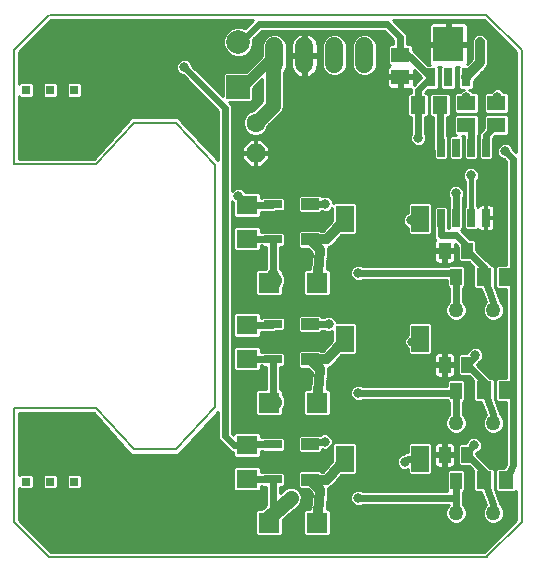
<source format=gtl>
G75*
%MOIN*%
%OFA0B0*%
%FSLAX25Y25*%
%IPPOS*%
%LPD*%
%AMOC8*
5,1,8,0,0,1.08239X$1,22.5*
%
%ADD10R,0.05906X0.03937*%
%ADD11R,0.09000X0.07000*%
%ADD12R,0.05906X0.02756*%
%ADD13C,0.01800*%
%ADD14C,0.00600*%
%ADD15R,0.07087X0.06693*%
%ADD16R,0.07098X0.06299*%
%ADD17OC8,0.06300*%
%ADD18C,0.06300*%
%ADD19R,0.05906X0.08661*%
%ADD20R,0.05906X0.05118*%
%ADD21R,0.05118X0.05906*%
%ADD22R,0.02600X0.06000*%
%ADD23C,0.05906*%
%ADD24R,0.06299X0.05118*%
%ADD25R,0.03937X0.05512*%
%ADD26C,0.00500*%
%ADD27R,0.02953X0.02953*%
%ADD28R,0.07874X0.07874*%
%ADD29C,0.07874*%
%ADD30C,0.05000*%
%ADD31R,0.03150X0.05906*%
%ADD32R,0.09843X0.11811*%
%ADD33C,0.01000*%
%ADD34C,0.03200*%
%ADD35C,0.03200*%
%ADD36C,0.02400*%
%ADD37C,0.01600*%
%ADD38C,0.05000*%
D10*
X0103886Y0031058D03*
X0103897Y0042877D03*
X0103916Y0071115D03*
X0103927Y0082934D03*
X0103887Y0111101D03*
X0103898Y0122920D03*
D11*
X0093270Y0117017D03*
X0093299Y0077031D03*
X0093269Y0036973D03*
D12*
X0091520Y0031095D03*
X0091485Y0042873D03*
X0091550Y0071153D03*
X0091514Y0082930D03*
X0091521Y0111139D03*
X0091486Y0122916D03*
D13*
X0094999Y0119493D03*
X0094999Y0116993D03*
X0094999Y0114493D03*
X0095028Y0079507D03*
X0095028Y0077007D03*
X0095028Y0074507D03*
X0094998Y0039450D03*
X0094998Y0036950D03*
X0094998Y0034450D03*
D14*
X0097880Y0033682D02*
X0088786Y0033682D01*
X0088786Y0040257D01*
X0097901Y0040257D01*
X0101172Y0038800D01*
X0106699Y0038800D01*
X0106660Y0035099D01*
X0101187Y0035139D01*
X0097880Y0033682D01*
X0097986Y0033729D02*
X0088786Y0033729D01*
X0088786Y0034327D02*
X0099345Y0034327D01*
X0100704Y0034926D02*
X0088786Y0034926D01*
X0088786Y0035524D02*
X0106664Y0035524D01*
X0106670Y0036123D02*
X0088786Y0036123D01*
X0088786Y0036721D02*
X0106677Y0036721D01*
X0106683Y0037320D02*
X0088786Y0037320D01*
X0088786Y0037918D02*
X0106690Y0037918D01*
X0106696Y0038517D02*
X0088786Y0038517D01*
X0088786Y0039115D02*
X0100464Y0039115D01*
X0099120Y0039714D02*
X0088786Y0039714D01*
X0072100Y0055100D02*
X0072100Y0136021D01*
X0059100Y0150021D01*
X0045100Y0150021D01*
X0032600Y0136121D01*
X0005100Y0136121D01*
X0005100Y0174250D01*
X0016911Y0186061D01*
X0088786Y0120300D02*
X0097902Y0120300D01*
X0101173Y0118843D01*
X0106700Y0118843D01*
X0106660Y0115143D01*
X0101188Y0115182D01*
X0097881Y0113725D01*
X0088786Y0113725D01*
X0088786Y0120300D01*
X0088786Y0119914D02*
X0098769Y0119914D01*
X0100113Y0119316D02*
X0088786Y0119316D01*
X0088786Y0118717D02*
X0106698Y0118717D01*
X0106692Y0118119D02*
X0088786Y0118119D01*
X0088786Y0117520D02*
X0106686Y0117520D01*
X0106679Y0116922D02*
X0088786Y0116922D01*
X0088786Y0116323D02*
X0106673Y0116323D01*
X0106666Y0115725D02*
X0088786Y0115725D01*
X0088786Y0115126D02*
X0101061Y0115126D01*
X0099702Y0114528D02*
X0088786Y0114528D01*
X0088786Y0113929D02*
X0098343Y0113929D01*
X0097931Y0080314D02*
X0088815Y0080314D01*
X0088815Y0073739D01*
X0097910Y0073739D01*
X0101217Y0075196D01*
X0106689Y0075157D01*
X0106729Y0078857D01*
X0101202Y0078857D01*
X0097931Y0080314D01*
X0099054Y0079814D02*
X0088815Y0079814D01*
X0088815Y0079215D02*
X0100398Y0079215D01*
X0100830Y0075026D02*
X0088815Y0075026D01*
X0088815Y0075624D02*
X0106694Y0075624D01*
X0106701Y0076223D02*
X0088815Y0076223D01*
X0088815Y0076821D02*
X0106707Y0076821D01*
X0106713Y0077420D02*
X0088815Y0077420D01*
X0088815Y0078018D02*
X0106720Y0078018D01*
X0106726Y0078617D02*
X0088815Y0078617D01*
X0088815Y0074427D02*
X0099472Y0074427D01*
X0098113Y0073829D02*
X0088815Y0073829D01*
X0072100Y0055100D02*
X0059100Y0041100D01*
X0045100Y0041100D01*
X0032600Y0055000D01*
X0005100Y0055000D01*
X0005100Y0016911D01*
X0016911Y0005100D01*
X0162580Y0005100D02*
X0174391Y0016911D01*
X0174391Y0174250D01*
X0162580Y0186061D01*
D15*
X0106333Y0096752D03*
X0090191Y0096752D03*
X0090193Y0056753D03*
X0106334Y0056753D03*
X0106338Y0016755D03*
X0090196Y0016755D03*
D16*
X0082997Y0031348D03*
X0082997Y0042545D03*
X0083027Y0071415D03*
X0083027Y0082612D03*
X0083002Y0111397D03*
X0083002Y0122594D03*
D17*
X0085733Y0139954D03*
D18*
X0085733Y0149954D03*
D19*
X0115402Y0118000D03*
X0140598Y0118000D03*
X0140608Y0078010D03*
X0115412Y0078010D03*
X0115422Y0038020D03*
X0140618Y0038020D03*
D20*
X0156000Y0149260D03*
X0156000Y0156740D03*
X0134000Y0165260D03*
X0134000Y0172740D03*
D21*
X0139760Y0156000D03*
X0147240Y0156000D03*
X0161760Y0098500D03*
X0169240Y0098500D03*
X0169240Y0061000D03*
X0161760Y0061000D03*
X0161760Y0031000D03*
X0169240Y0031000D03*
D22*
X0162500Y0118294D03*
X0157500Y0118294D03*
X0152500Y0118294D03*
X0147500Y0118294D03*
X0147500Y0141706D03*
X0152500Y0141706D03*
X0157500Y0141706D03*
X0162500Y0141706D03*
D23*
X0122000Y0169547D02*
X0122000Y0175453D01*
X0112000Y0175453D02*
X0112000Y0169547D01*
X0102000Y0169547D02*
X0102000Y0175453D01*
X0092000Y0175453D02*
X0092000Y0169547D01*
D24*
X0166000Y0156740D03*
X0166000Y0149260D03*
D25*
X0156240Y0107331D03*
X0148760Y0107331D03*
X0152500Y0098669D03*
X0148760Y0069331D03*
X0156240Y0069331D03*
X0152500Y0060669D03*
X0148760Y0039331D03*
X0156240Y0039331D03*
X0152500Y0030669D03*
D26*
X0162726Y0005100D02*
X0017100Y0005100D01*
X0017100Y0186021D02*
X0162726Y0186021D01*
D27*
X0025300Y0160900D03*
X0017300Y0160900D03*
X0009300Y0160900D03*
X0009300Y0030400D03*
X0017300Y0030400D03*
X0025300Y0030400D03*
D28*
X0079980Y0161970D03*
D29*
X0080000Y0177000D03*
D30*
X0152500Y0087500D03*
X0165000Y0087500D03*
X0165000Y0050000D03*
X0152500Y0050000D03*
X0152500Y0020000D03*
X0165000Y0020000D03*
D31*
X0155906Y0165110D03*
X0150000Y0165110D03*
X0144094Y0165110D03*
D32*
X0150000Y0176134D03*
D33*
X0166924Y0011990D02*
X0012567Y0011990D01*
X0011569Y0012988D02*
X0085553Y0012988D01*
X0085553Y0012953D02*
X0086197Y0012308D01*
X0094195Y0012308D01*
X0094839Y0012953D01*
X0094839Y0017925D01*
X0100400Y0022750D01*
X0101040Y0024031D01*
X0101142Y0025460D01*
X0100688Y0026819D01*
X0099750Y0027900D01*
X0098469Y0028540D01*
X0097040Y0028642D01*
X0095681Y0028188D01*
X0093820Y0026573D01*
X0093820Y0028617D01*
X0094928Y0028617D01*
X0095573Y0029261D01*
X0095573Y0032929D01*
X0094928Y0033573D01*
X0092295Y0033573D01*
X0092219Y0033648D01*
X0087646Y0033648D01*
X0087646Y0034954D01*
X0087002Y0035598D01*
X0078992Y0035598D01*
X0078348Y0034954D01*
X0078348Y0027743D01*
X0078992Y0027099D01*
X0087002Y0027099D01*
X0087646Y0027743D01*
X0087646Y0029048D01*
X0087680Y0029048D01*
X0088112Y0028617D01*
X0089220Y0028617D01*
X0089220Y0022582D01*
X0088838Y0022250D01*
X0088779Y0022132D01*
X0088324Y0021677D01*
X0088023Y0021476D01*
X0087839Y0021201D01*
X0086197Y0021201D01*
X0085553Y0020557D01*
X0085553Y0012953D01*
X0085553Y0013987D02*
X0010570Y0013987D01*
X0009571Y0014985D02*
X0085553Y0014985D01*
X0085553Y0015984D02*
X0008573Y0015984D01*
X0007574Y0016982D02*
X0085553Y0016982D01*
X0085553Y0017981D02*
X0006900Y0017981D01*
X0006900Y0017657D02*
X0006900Y0028292D01*
X0007368Y0027824D01*
X0011232Y0027824D01*
X0011876Y0028468D01*
X0011876Y0032332D01*
X0011232Y0032976D01*
X0007368Y0032976D01*
X0006900Y0032508D01*
X0006900Y0053200D01*
X0031798Y0053200D01*
X0043300Y0040410D01*
X0043300Y0040354D01*
X0043794Y0039861D01*
X0044260Y0039342D01*
X0044315Y0039339D01*
X0044354Y0039300D01*
X0045052Y0039300D01*
X0045749Y0039263D01*
X0045790Y0039300D01*
X0058393Y0039300D01*
X0058422Y0039274D01*
X0059133Y0039300D01*
X0059846Y0039300D01*
X0059873Y0039327D01*
X0059912Y0039329D01*
X0060396Y0039851D01*
X0060900Y0040354D01*
X0060900Y0040393D01*
X0073200Y0053639D01*
X0073200Y0044547D01*
X0077502Y0040245D01*
X0078348Y0040245D01*
X0078348Y0038940D01*
X0078992Y0038296D01*
X0087002Y0038296D01*
X0087646Y0038940D01*
X0087646Y0040573D01*
X0087898Y0040573D01*
X0088076Y0040395D01*
X0094893Y0040395D01*
X0095538Y0041039D01*
X0095538Y0044706D01*
X0094893Y0045351D01*
X0088076Y0045351D01*
X0087898Y0045173D01*
X0087646Y0045173D01*
X0087646Y0046150D01*
X0087002Y0046795D01*
X0078992Y0046795D01*
X0078348Y0046150D01*
X0078348Y0045905D01*
X0077800Y0046453D01*
X0077800Y0123978D01*
X0078353Y0123425D01*
X0078353Y0118989D01*
X0078997Y0118345D01*
X0087007Y0118345D01*
X0087651Y0118989D01*
X0087651Y0120294D01*
X0092116Y0120294D01*
X0092260Y0120438D01*
X0094894Y0120438D01*
X0095538Y0121083D01*
X0095538Y0124750D01*
X0094894Y0125394D01*
X0088077Y0125394D01*
X0087651Y0124968D01*
X0087651Y0126199D01*
X0087007Y0126844D01*
X0082406Y0126844D01*
X0082289Y0127126D01*
X0081529Y0127885D01*
X0080537Y0128296D01*
X0079463Y0128296D01*
X0078471Y0127885D01*
X0077800Y0127215D01*
X0077800Y0155953D01*
X0076820Y0156933D01*
X0084373Y0156933D01*
X0085017Y0157577D01*
X0085017Y0161699D01*
X0087893Y0164575D01*
X0087893Y0157205D01*
X0084892Y0154204D01*
X0084888Y0154204D01*
X0083326Y0153557D01*
X0082130Y0152362D01*
X0081483Y0150800D01*
X0081483Y0149109D01*
X0082130Y0147547D01*
X0083326Y0146351D01*
X0084888Y0145704D01*
X0086578Y0145704D01*
X0088140Y0146351D01*
X0089336Y0147547D01*
X0089983Y0149109D01*
X0089983Y0149113D01*
X0094545Y0153675D01*
X0095093Y0154998D01*
X0095093Y0166909D01*
X0095436Y0167252D01*
X0096053Y0168741D01*
X0096053Y0176259D01*
X0095436Y0177748D01*
X0094296Y0178889D01*
X0092806Y0179505D01*
X0091194Y0179505D01*
X0089704Y0178889D01*
X0088564Y0177748D01*
X0087947Y0176259D01*
X0087947Y0172840D01*
X0087893Y0172709D01*
X0087893Y0172211D01*
X0082689Y0167007D01*
X0075587Y0167007D01*
X0074943Y0166363D01*
X0074943Y0158810D01*
X0064689Y0169064D01*
X0064289Y0170029D01*
X0063529Y0170789D01*
X0062537Y0171200D01*
X0061463Y0171200D01*
X0060471Y0170789D01*
X0059711Y0170029D01*
X0059300Y0169037D01*
X0059300Y0167963D01*
X0059711Y0166971D01*
X0060471Y0166211D01*
X0061436Y0165811D01*
X0073200Y0154047D01*
X0073200Y0137482D01*
X0060900Y0150728D01*
X0060900Y0150767D01*
X0060396Y0151271D01*
X0059912Y0151792D01*
X0059873Y0151794D01*
X0059846Y0151821D01*
X0059133Y0151821D01*
X0058422Y0151848D01*
X0058393Y0151821D01*
X0045790Y0151821D01*
X0045749Y0151858D01*
X0045052Y0151821D01*
X0044354Y0151821D01*
X0044315Y0151782D01*
X0044260Y0151779D01*
X0043794Y0151260D01*
X0043300Y0150767D01*
X0043300Y0150712D01*
X0031798Y0137921D01*
X0006900Y0137921D01*
X0006900Y0158792D01*
X0007368Y0158324D01*
X0011232Y0158324D01*
X0011876Y0158968D01*
X0011876Y0162832D01*
X0011232Y0163476D01*
X0007368Y0163476D01*
X0006900Y0163008D01*
X0006900Y0173504D01*
X0017667Y0184271D01*
X0085019Y0184271D01*
X0082262Y0181515D01*
X0081002Y0182037D01*
X0078998Y0182037D01*
X0077147Y0181270D01*
X0075730Y0179853D01*
X0074963Y0178002D01*
X0074963Y0175998D01*
X0075730Y0174147D01*
X0077147Y0172730D01*
X0078998Y0171963D01*
X0081002Y0171963D01*
X0082853Y0172730D01*
X0084270Y0174147D01*
X0085037Y0175998D01*
X0085037Y0177784D01*
X0087953Y0180700D01*
X0128547Y0180700D01*
X0131700Y0177547D01*
X0131700Y0176399D01*
X0130592Y0176399D01*
X0129947Y0175755D01*
X0129947Y0169725D01*
X0130461Y0169212D01*
X0130126Y0169019D01*
X0129847Y0168740D01*
X0129649Y0168398D01*
X0129547Y0168016D01*
X0129547Y0165760D01*
X0133500Y0165760D01*
X0133500Y0164760D01*
X0129547Y0164760D01*
X0129547Y0162503D01*
X0129649Y0162122D01*
X0129847Y0161780D01*
X0130126Y0161500D01*
X0130468Y0161303D01*
X0130850Y0161201D01*
X0133500Y0161201D01*
X0133500Y0164760D01*
X0134500Y0164760D01*
X0134500Y0165760D01*
X0138453Y0165760D01*
X0138453Y0167499D01*
X0140842Y0165110D01*
X0138807Y0163076D01*
X0138453Y0162721D01*
X0138453Y0164760D01*
X0134500Y0164760D01*
X0134500Y0161201D01*
X0137150Y0161201D01*
X0137460Y0161284D01*
X0137460Y0160053D01*
X0136745Y0160053D01*
X0136101Y0159408D01*
X0136101Y0152592D01*
X0136745Y0151947D01*
X0137700Y0151947D01*
X0137700Y0146503D01*
X0137300Y0145537D01*
X0137300Y0144463D01*
X0137711Y0143471D01*
X0138471Y0142711D01*
X0139463Y0142300D01*
X0140537Y0142300D01*
X0141529Y0142711D01*
X0142289Y0143471D01*
X0142700Y0144463D01*
X0142700Y0145537D01*
X0142300Y0146503D01*
X0142300Y0151947D01*
X0142775Y0151947D01*
X0143419Y0152592D01*
X0143419Y0159408D01*
X0142775Y0160053D01*
X0142290Y0160053D01*
X0143294Y0161057D01*
X0146125Y0161057D01*
X0146769Y0161702D01*
X0146769Y0168519D01*
X0146560Y0168728D01*
X0147535Y0168728D01*
X0147325Y0168519D01*
X0147325Y0161702D01*
X0147970Y0161057D01*
X0152030Y0161057D01*
X0152675Y0161702D01*
X0152675Y0168519D01*
X0152465Y0168728D01*
X0153440Y0168728D01*
X0153231Y0168519D01*
X0153231Y0165646D01*
X0153181Y0165507D01*
X0153231Y0164552D01*
X0153231Y0161702D01*
X0153875Y0161057D01*
X0155129Y0161057D01*
X0154480Y0160789D01*
X0154091Y0160399D01*
X0152592Y0160399D01*
X0151947Y0159755D01*
X0151947Y0153725D01*
X0152592Y0153081D01*
X0159408Y0153081D01*
X0160053Y0153725D01*
X0160053Y0159755D01*
X0159408Y0160399D01*
X0157929Y0160399D01*
X0157539Y0160789D01*
X0156891Y0161057D01*
X0157936Y0161057D01*
X0158580Y0161702D01*
X0158580Y0164045D01*
X0162458Y0168345D01*
X0162789Y0168675D01*
X0162816Y0168742D01*
X0162865Y0168795D01*
X0163021Y0169236D01*
X0163200Y0169668D01*
X0163200Y0169740D01*
X0163224Y0169808D01*
X0163200Y0170274D01*
X0163200Y0177401D01*
X0162789Y0178394D01*
X0162029Y0179153D01*
X0161037Y0179564D01*
X0159963Y0179564D01*
X0158971Y0179153D01*
X0158211Y0178394D01*
X0157800Y0177401D01*
X0157800Y0171242D01*
X0156240Y0169513D01*
X0156319Y0169649D01*
X0156421Y0170031D01*
X0156421Y0175634D01*
X0150500Y0175634D01*
X0150500Y0176634D01*
X0149500Y0176634D01*
X0149500Y0183539D01*
X0144881Y0183539D01*
X0144500Y0183437D01*
X0144158Y0183240D01*
X0143878Y0182960D01*
X0143681Y0182618D01*
X0143579Y0182237D01*
X0143579Y0176634D01*
X0149500Y0176634D01*
X0149500Y0175634D01*
X0143579Y0175634D01*
X0143579Y0170031D01*
X0143681Y0169649D01*
X0143878Y0169307D01*
X0144023Y0169163D01*
X0143294Y0169163D01*
X0138053Y0174405D01*
X0138053Y0175755D01*
X0137408Y0176399D01*
X0136300Y0176399D01*
X0136300Y0179453D01*
X0131481Y0184271D01*
X0161824Y0184271D01*
X0172591Y0173504D01*
X0172591Y0140161D01*
X0172453Y0140300D01*
X0171689Y0141064D01*
X0171289Y0142029D01*
X0170529Y0142789D01*
X0169537Y0143200D01*
X0168463Y0143200D01*
X0167471Y0142789D01*
X0166711Y0142029D01*
X0166300Y0141037D01*
X0166300Y0139963D01*
X0166711Y0138971D01*
X0167471Y0138211D01*
X0168436Y0137811D01*
X0169200Y0137047D01*
X0169200Y0102553D01*
X0166225Y0102553D01*
X0165581Y0101908D01*
X0165581Y0095092D01*
X0166225Y0094447D01*
X0169200Y0094447D01*
X0169200Y0065053D01*
X0166225Y0065053D01*
X0165581Y0064408D01*
X0165581Y0057592D01*
X0166225Y0056947D01*
X0169200Y0056947D01*
X0169200Y0036278D01*
X0168618Y0035053D01*
X0166225Y0035053D01*
X0165581Y0034408D01*
X0165581Y0027592D01*
X0166225Y0026947D01*
X0172255Y0026947D01*
X0172591Y0027284D01*
X0172591Y0017657D01*
X0161785Y0006850D01*
X0017707Y0006850D01*
X0006900Y0017657D01*
X0006900Y0018979D02*
X0085553Y0018979D01*
X0085553Y0019978D02*
X0006900Y0019978D01*
X0006900Y0020976D02*
X0085972Y0020976D01*
X0088621Y0021975D02*
X0006900Y0021975D01*
X0006900Y0022973D02*
X0089220Y0022973D01*
X0089220Y0023972D02*
X0006900Y0023972D01*
X0006900Y0024970D02*
X0089220Y0024970D01*
X0089220Y0025969D02*
X0006900Y0025969D01*
X0006900Y0026967D02*
X0089220Y0026967D01*
X0089220Y0027966D02*
X0087646Y0027966D01*
X0087646Y0028964D02*
X0087764Y0028964D01*
X0087646Y0033957D02*
X0100308Y0033957D01*
X0100478Y0034126D02*
X0099834Y0033482D01*
X0099834Y0028634D01*
X0100478Y0027989D01*
X0103136Y0027989D01*
X0104440Y0026686D01*
X0103992Y0021201D01*
X0102339Y0021201D01*
X0101694Y0020557D01*
X0101694Y0012953D01*
X0102339Y0012308D01*
X0110337Y0012308D01*
X0110981Y0012953D01*
X0110981Y0020557D01*
X0110337Y0021201D01*
X0109410Y0021201D01*
X0109890Y0027069D01*
X0109933Y0027174D01*
X0109933Y0027601D01*
X0109968Y0028026D01*
X0109933Y0028135D01*
X0109933Y0028248D01*
X0109888Y0028358D01*
X0110037Y0028358D01*
X0110140Y0028401D01*
X0110252Y0028410D01*
X0110633Y0028605D01*
X0111029Y0028769D01*
X0111108Y0028848D01*
X0111208Y0028899D01*
X0111486Y0029226D01*
X0111788Y0029528D01*
X0111831Y0029632D01*
X0114347Y0032589D01*
X0118830Y0032589D01*
X0119474Y0033234D01*
X0119474Y0042806D01*
X0118830Y0043451D01*
X0112013Y0043451D01*
X0111369Y0042806D01*
X0111369Y0037423D01*
X0108251Y0033758D01*
X0107663Y0033758D01*
X0107295Y0034126D01*
X0100478Y0034126D01*
X0099834Y0032958D02*
X0095543Y0032958D01*
X0095573Y0031960D02*
X0099834Y0031960D01*
X0099834Y0030961D02*
X0095573Y0030961D01*
X0095573Y0029963D02*
X0099834Y0029963D01*
X0099834Y0028964D02*
X0095276Y0028964D01*
X0095425Y0027966D02*
X0093820Y0027966D01*
X0093820Y0026967D02*
X0094274Y0026967D01*
X0099619Y0027966D02*
X0103160Y0027966D01*
X0104159Y0026967D02*
X0100559Y0026967D01*
X0100972Y0025969D02*
X0104382Y0025969D01*
X0104300Y0024970D02*
X0101107Y0024970D01*
X0101011Y0023972D02*
X0104219Y0023972D01*
X0104137Y0022973D02*
X0100512Y0022973D01*
X0099506Y0021975D02*
X0104055Y0021975D01*
X0102114Y0020976D02*
X0098356Y0020976D01*
X0097205Y0019978D02*
X0101694Y0019978D01*
X0101694Y0018979D02*
X0096054Y0018979D01*
X0094904Y0017981D02*
X0101694Y0017981D01*
X0101694Y0016982D02*
X0094839Y0016982D01*
X0094839Y0015984D02*
X0101694Y0015984D01*
X0101694Y0014985D02*
X0094839Y0014985D01*
X0094839Y0013987D02*
X0101694Y0013987D01*
X0101694Y0012988D02*
X0094839Y0012988D01*
X0109473Y0021975D02*
X0149421Y0021975D01*
X0149448Y0022039D02*
X0148900Y0020716D01*
X0148900Y0019284D01*
X0149448Y0017961D01*
X0150461Y0016948D01*
X0151784Y0016400D01*
X0153216Y0016400D01*
X0154539Y0016948D01*
X0155552Y0017961D01*
X0156100Y0019284D01*
X0156100Y0020716D01*
X0155552Y0022039D01*
X0154800Y0022791D01*
X0154800Y0026813D01*
X0154924Y0026813D01*
X0155568Y0027458D01*
X0155568Y0033881D01*
X0154924Y0034525D01*
X0150076Y0034525D01*
X0149431Y0033881D01*
X0149431Y0027458D01*
X0149589Y0027300D01*
X0121503Y0027300D01*
X0120537Y0027700D01*
X0119463Y0027700D01*
X0118471Y0027289D01*
X0117711Y0026529D01*
X0117300Y0025537D01*
X0117300Y0024463D01*
X0117711Y0023471D01*
X0118471Y0022711D01*
X0119463Y0022300D01*
X0120537Y0022300D01*
X0121503Y0022700D01*
X0150109Y0022700D01*
X0149448Y0022039D01*
X0149008Y0020976D02*
X0110562Y0020976D01*
X0110981Y0019978D02*
X0148900Y0019978D01*
X0149026Y0018979D02*
X0110981Y0018979D01*
X0110981Y0017981D02*
X0149440Y0017981D01*
X0150427Y0016982D02*
X0110981Y0016982D01*
X0110981Y0015984D02*
X0170918Y0015984D01*
X0171917Y0016982D02*
X0167073Y0016982D01*
X0167039Y0016948D02*
X0168052Y0017961D01*
X0168600Y0019284D01*
X0168600Y0020716D01*
X0168052Y0022039D01*
X0167455Y0022636D01*
X0167489Y0022715D01*
X0167300Y0023196D01*
X0167300Y0023713D01*
X0166965Y0024047D01*
X0165419Y0027980D01*
X0165419Y0034408D01*
X0164775Y0035053D01*
X0163771Y0035053D01*
X0162713Y0036111D01*
X0159309Y0039515D01*
X0159309Y0039913D01*
X0160029Y0040211D01*
X0160789Y0040971D01*
X0161200Y0041963D01*
X0161200Y0043037D01*
X0160789Y0044029D01*
X0160029Y0044789D01*
X0159037Y0045200D01*
X0157963Y0045200D01*
X0156971Y0044789D01*
X0156211Y0044029D01*
X0155862Y0043187D01*
X0153816Y0043187D01*
X0153172Y0042542D01*
X0153172Y0036119D01*
X0153816Y0035475D01*
X0156843Y0035475D01*
X0158101Y0034217D01*
X0158101Y0027592D01*
X0158745Y0026947D01*
X0160882Y0026947D01*
X0162568Y0022659D01*
X0161948Y0022039D01*
X0161400Y0020716D01*
X0161400Y0019284D01*
X0161948Y0017961D01*
X0162961Y0016948D01*
X0164284Y0016400D01*
X0165716Y0016400D01*
X0167039Y0016948D01*
X0168060Y0017981D02*
X0172591Y0017981D01*
X0172591Y0018979D02*
X0168474Y0018979D01*
X0168600Y0019978D02*
X0172591Y0019978D01*
X0172591Y0020976D02*
X0168492Y0020976D01*
X0168079Y0021975D02*
X0172591Y0021975D01*
X0172591Y0022973D02*
X0167388Y0022973D01*
X0167041Y0023972D02*
X0172591Y0023972D01*
X0172591Y0024970D02*
X0166602Y0024970D01*
X0166210Y0025969D02*
X0172591Y0025969D01*
X0172591Y0026967D02*
X0172275Y0026967D01*
X0166205Y0026967D02*
X0165817Y0026967D01*
X0165581Y0027966D02*
X0165424Y0027966D01*
X0165419Y0028964D02*
X0165581Y0028964D01*
X0165581Y0029963D02*
X0165419Y0029963D01*
X0165419Y0030961D02*
X0165581Y0030961D01*
X0165581Y0031960D02*
X0165419Y0031960D01*
X0165419Y0032958D02*
X0165581Y0032958D01*
X0165581Y0033957D02*
X0165419Y0033957D01*
X0164872Y0034955D02*
X0166128Y0034955D01*
X0169046Y0035954D02*
X0162870Y0035954D01*
X0161871Y0036952D02*
X0169200Y0036952D01*
X0169200Y0037951D02*
X0160873Y0037951D01*
X0159874Y0038949D02*
X0169200Y0038949D01*
X0169200Y0039948D02*
X0159394Y0039948D01*
X0160765Y0040946D02*
X0169200Y0040946D01*
X0169200Y0041945D02*
X0161193Y0041945D01*
X0161200Y0042943D02*
X0169200Y0042943D01*
X0169200Y0043942D02*
X0160825Y0043942D01*
X0159664Y0044940D02*
X0169200Y0044940D01*
X0169200Y0045939D02*
X0110379Y0045939D01*
X0110279Y0046039D02*
X0109287Y0046450D01*
X0108213Y0046450D01*
X0107221Y0046039D01*
X0107127Y0045945D01*
X0100489Y0045945D01*
X0099845Y0045301D01*
X0099845Y0040452D01*
X0100489Y0039808D01*
X0107306Y0039808D01*
X0107950Y0040452D01*
X0107950Y0041159D01*
X0108213Y0041050D01*
X0109287Y0041050D01*
X0110279Y0041461D01*
X0111039Y0042221D01*
X0111450Y0043213D01*
X0111450Y0044287D01*
X0111039Y0045279D01*
X0110279Y0046039D01*
X0111179Y0044940D02*
X0157336Y0044940D01*
X0156175Y0043942D02*
X0111450Y0043942D01*
X0111506Y0042943D02*
X0111338Y0042943D01*
X0111369Y0041945D02*
X0110763Y0041945D01*
X0111369Y0040946D02*
X0107950Y0040946D01*
X0107446Y0039948D02*
X0111369Y0039948D01*
X0111369Y0038949D02*
X0087646Y0038949D01*
X0087646Y0039948D02*
X0100349Y0039948D01*
X0099845Y0040946D02*
X0095445Y0040946D01*
X0095538Y0041945D02*
X0099845Y0041945D01*
X0099845Y0042943D02*
X0095538Y0042943D01*
X0095538Y0043942D02*
X0099845Y0043942D01*
X0099845Y0044940D02*
X0095303Y0044940D01*
X0100483Y0045939D02*
X0087646Y0045939D01*
X0086194Y0052307D02*
X0085549Y0052951D01*
X0085549Y0060555D01*
X0086194Y0061199D01*
X0089250Y0061199D01*
X0089250Y0068675D01*
X0088141Y0068675D01*
X0087701Y0069115D01*
X0087677Y0069115D01*
X0087677Y0067810D01*
X0087032Y0067165D01*
X0079023Y0067165D01*
X0078378Y0067810D01*
X0078378Y0075020D01*
X0079023Y0075664D01*
X0087032Y0075664D01*
X0087677Y0075020D01*
X0087677Y0073715D01*
X0092240Y0073715D01*
X0092324Y0073630D01*
X0094958Y0073630D01*
X0095602Y0072986D01*
X0095602Y0069319D01*
X0094958Y0068675D01*
X0093850Y0068675D01*
X0093850Y0061199D01*
X0094191Y0061199D01*
X0094836Y0060555D01*
X0094836Y0059276D01*
X0094865Y0059226D01*
X0095052Y0059039D01*
X0095245Y0058574D01*
X0095469Y0058189D01*
X0095500Y0057958D01*
X0095600Y0057716D01*
X0095600Y0057217D01*
X0095661Y0056770D01*
X0095600Y0056541D01*
X0095600Y0056284D01*
X0095413Y0055832D01*
X0095295Y0055385D01*
X0095148Y0055192D01*
X0095052Y0054961D01*
X0094836Y0054745D01*
X0094836Y0052951D01*
X0094191Y0052307D01*
X0086194Y0052307D01*
X0085572Y0052929D02*
X0077800Y0052929D01*
X0077800Y0053927D02*
X0085549Y0053927D01*
X0085549Y0054926D02*
X0077800Y0054926D01*
X0077800Y0055924D02*
X0085549Y0055924D01*
X0085549Y0056923D02*
X0077800Y0056923D01*
X0077800Y0057921D02*
X0085549Y0057921D01*
X0085549Y0058920D02*
X0077800Y0058920D01*
X0077800Y0059918D02*
X0085549Y0059918D01*
X0085911Y0060917D02*
X0077800Y0060917D01*
X0077800Y0061915D02*
X0089250Y0061915D01*
X0089250Y0062914D02*
X0077800Y0062914D01*
X0077800Y0063912D02*
X0089250Y0063912D01*
X0089250Y0064911D02*
X0077800Y0064911D01*
X0077800Y0065909D02*
X0089250Y0065909D01*
X0089250Y0066908D02*
X0077800Y0066908D01*
X0077800Y0067906D02*
X0078378Y0067906D01*
X0078378Y0068905D02*
X0077800Y0068905D01*
X0077800Y0069903D02*
X0078378Y0069903D01*
X0078378Y0070902D02*
X0077800Y0070902D01*
X0077800Y0071900D02*
X0078378Y0071900D01*
X0078378Y0072899D02*
X0077800Y0072899D01*
X0077800Y0073897D02*
X0078378Y0073897D01*
X0078378Y0074896D02*
X0077800Y0074896D01*
X0077800Y0075894D02*
X0110062Y0075894D01*
X0109211Y0074896D02*
X0087677Y0074896D01*
X0087677Y0073897D02*
X0100221Y0073897D01*
X0100507Y0074184D02*
X0099863Y0073540D01*
X0099863Y0068691D01*
X0100507Y0068047D01*
X0103166Y0068047D01*
X0104444Y0066769D01*
X0103989Y0061199D01*
X0102335Y0061199D01*
X0101691Y0060555D01*
X0101691Y0052951D01*
X0102335Y0052307D01*
X0110333Y0052307D01*
X0110978Y0052951D01*
X0110978Y0060555D01*
X0110333Y0061199D01*
X0109407Y0061199D01*
X0109893Y0067153D01*
X0109937Y0067258D01*
X0109937Y0067685D01*
X0109971Y0068110D01*
X0109937Y0068218D01*
X0109937Y0068332D01*
X0109902Y0068415D01*
X0110074Y0068415D01*
X0110177Y0068458D01*
X0110287Y0068467D01*
X0110670Y0068662D01*
X0111066Y0068826D01*
X0111145Y0068905D01*
X0111244Y0068955D01*
X0111522Y0069282D01*
X0111826Y0069586D01*
X0111868Y0069689D01*
X0114331Y0072579D01*
X0118820Y0072579D01*
X0119464Y0073224D01*
X0119464Y0082796D01*
X0118820Y0083441D01*
X0112766Y0083441D01*
X0112766Y0083471D01*
X0112355Y0084464D01*
X0111595Y0085223D01*
X0110603Y0085634D01*
X0109529Y0085634D01*
X0108563Y0085234D01*
X0107980Y0085234D01*
X0107980Y0085358D01*
X0107335Y0086003D01*
X0100519Y0086003D01*
X0099874Y0085358D01*
X0099874Y0080510D01*
X0100519Y0079866D01*
X0107335Y0079866D01*
X0107980Y0080510D01*
X0107980Y0080634D01*
X0108563Y0080634D01*
X0109529Y0080234D01*
X0110603Y0080234D01*
X0111359Y0080547D01*
X0111359Y0077417D01*
X0108290Y0073815D01*
X0107693Y0073815D01*
X0107324Y0074184D01*
X0100507Y0074184D01*
X0099863Y0072899D02*
X0095602Y0072899D01*
X0095602Y0071900D02*
X0099863Y0071900D01*
X0099863Y0070902D02*
X0095602Y0070902D01*
X0095602Y0069903D02*
X0099863Y0069903D01*
X0099863Y0068905D02*
X0095188Y0068905D01*
X0093850Y0067906D02*
X0103307Y0067906D01*
X0104305Y0066908D02*
X0093850Y0066908D01*
X0093850Y0065909D02*
X0104374Y0065909D01*
X0104292Y0064911D02*
X0093850Y0064911D01*
X0093850Y0063912D02*
X0104210Y0063912D01*
X0104129Y0062914D02*
X0093850Y0062914D01*
X0093850Y0061915D02*
X0104047Y0061915D01*
X0102053Y0060917D02*
X0094474Y0060917D01*
X0094836Y0059918D02*
X0101691Y0059918D01*
X0101691Y0058920D02*
X0095101Y0058920D01*
X0095515Y0057921D02*
X0101691Y0057921D01*
X0101691Y0056923D02*
X0095640Y0056923D01*
X0095451Y0055924D02*
X0101691Y0055924D01*
X0101691Y0054926D02*
X0095017Y0054926D01*
X0094836Y0053927D02*
X0101691Y0053927D01*
X0101713Y0052929D02*
X0094813Y0052929D01*
X0089250Y0067906D02*
X0087677Y0067906D01*
X0087677Y0068905D02*
X0087911Y0068905D01*
X0087032Y0078362D02*
X0079023Y0078362D01*
X0078378Y0079006D01*
X0078378Y0086217D01*
X0079023Y0086861D01*
X0087032Y0086861D01*
X0087677Y0086217D01*
X0087677Y0084979D01*
X0088106Y0085408D01*
X0094923Y0085408D01*
X0095567Y0084764D01*
X0095567Y0081097D01*
X0094923Y0080452D01*
X0092289Y0080452D01*
X0092149Y0080312D01*
X0087677Y0080312D01*
X0087677Y0079006D01*
X0087032Y0078362D01*
X0087560Y0078890D02*
X0111359Y0078890D01*
X0111359Y0079888D02*
X0107358Y0079888D01*
X0110912Y0076893D02*
X0077800Y0076893D01*
X0077800Y0077891D02*
X0111359Y0077891D01*
X0108360Y0073897D02*
X0107611Y0073897D01*
X0112051Y0069903D02*
X0145291Y0069903D01*
X0145291Y0069815D02*
X0148276Y0069815D01*
X0148276Y0073587D01*
X0146594Y0073587D01*
X0146212Y0073484D01*
X0145870Y0073287D01*
X0145591Y0073008D01*
X0145394Y0072666D01*
X0145291Y0072284D01*
X0145291Y0069815D01*
X0145291Y0068846D02*
X0145291Y0066377D01*
X0145394Y0065996D01*
X0145591Y0065654D01*
X0145870Y0065375D01*
X0146212Y0065177D01*
X0146594Y0065075D01*
X0148276Y0065075D01*
X0148276Y0068846D01*
X0149244Y0068846D01*
X0149244Y0065075D01*
X0150926Y0065075D01*
X0151307Y0065177D01*
X0151649Y0065375D01*
X0151929Y0065654D01*
X0152126Y0065996D01*
X0152228Y0066377D01*
X0152228Y0068846D01*
X0149244Y0068846D01*
X0149244Y0069815D01*
X0148276Y0069815D01*
X0148276Y0068846D01*
X0145291Y0068846D01*
X0145291Y0067906D02*
X0109955Y0067906D01*
X0109873Y0066908D02*
X0145291Y0066908D01*
X0145444Y0065909D02*
X0109791Y0065909D01*
X0109710Y0064911D02*
X0157407Y0064911D01*
X0156843Y0065475D02*
X0158101Y0064217D01*
X0158101Y0057592D01*
X0158745Y0056947D01*
X0160882Y0056947D01*
X0162568Y0052659D01*
X0161948Y0052039D01*
X0161400Y0050716D01*
X0161400Y0049284D01*
X0161948Y0047961D01*
X0162961Y0046948D01*
X0164284Y0046400D01*
X0165716Y0046400D01*
X0167039Y0046948D01*
X0168052Y0047961D01*
X0168600Y0049284D01*
X0168600Y0050716D01*
X0168052Y0052039D01*
X0167455Y0052636D01*
X0167489Y0052715D01*
X0167300Y0053196D01*
X0167300Y0053713D01*
X0166965Y0054047D01*
X0165419Y0057980D01*
X0165419Y0064408D01*
X0164775Y0065053D01*
X0163771Y0065053D01*
X0162713Y0066111D01*
X0159493Y0069331D01*
X0160263Y0070101D01*
X0160529Y0070211D01*
X0161289Y0070971D01*
X0161700Y0071963D01*
X0161700Y0073037D01*
X0161289Y0074029D01*
X0160529Y0074789D01*
X0159537Y0075200D01*
X0158463Y0075200D01*
X0157471Y0074789D01*
X0156711Y0074029D01*
X0156362Y0073187D01*
X0153816Y0073187D01*
X0153172Y0072542D01*
X0153172Y0066119D01*
X0153816Y0065475D01*
X0156843Y0065475D01*
X0158101Y0063912D02*
X0155537Y0063912D01*
X0155568Y0063881D02*
X0154924Y0064525D01*
X0150076Y0064525D01*
X0149431Y0063881D01*
X0149431Y0062300D01*
X0121503Y0062300D01*
X0120537Y0062700D01*
X0119463Y0062700D01*
X0118471Y0062289D01*
X0117711Y0061529D01*
X0117300Y0060537D01*
X0117300Y0059463D01*
X0117711Y0058471D01*
X0118471Y0057711D01*
X0119463Y0057300D01*
X0120537Y0057300D01*
X0121503Y0057700D01*
X0149431Y0057700D01*
X0149431Y0057458D01*
X0150076Y0056813D01*
X0150200Y0056813D01*
X0150200Y0052791D01*
X0149448Y0052039D01*
X0148900Y0050716D01*
X0148900Y0049284D01*
X0149448Y0047961D01*
X0150461Y0046948D01*
X0151784Y0046400D01*
X0153216Y0046400D01*
X0154539Y0046948D01*
X0155552Y0047961D01*
X0156100Y0049284D01*
X0156100Y0050716D01*
X0155552Y0052039D01*
X0154800Y0052791D01*
X0154800Y0056813D01*
X0154924Y0056813D01*
X0155568Y0057458D01*
X0155568Y0063881D01*
X0155568Y0062914D02*
X0158101Y0062914D01*
X0158101Y0061915D02*
X0155568Y0061915D01*
X0155568Y0060917D02*
X0158101Y0060917D01*
X0158101Y0059918D02*
X0155568Y0059918D01*
X0155568Y0058920D02*
X0158101Y0058920D01*
X0158101Y0057921D02*
X0155568Y0057921D01*
X0155033Y0056923D02*
X0160892Y0056923D01*
X0161284Y0055924D02*
X0154800Y0055924D01*
X0154800Y0054926D02*
X0161677Y0054926D01*
X0162070Y0053927D02*
X0154800Y0053927D01*
X0154800Y0052929D02*
X0162462Y0052929D01*
X0161903Y0051930D02*
X0155597Y0051930D01*
X0156011Y0050932D02*
X0161489Y0050932D01*
X0161400Y0049933D02*
X0156100Y0049933D01*
X0155955Y0048934D02*
X0161545Y0048934D01*
X0161973Y0047936D02*
X0155527Y0047936D01*
X0154514Y0046937D02*
X0162986Y0046937D01*
X0167014Y0046937D02*
X0169200Y0046937D01*
X0169200Y0047936D02*
X0168027Y0047936D01*
X0168455Y0048934D02*
X0169200Y0048934D01*
X0169200Y0049933D02*
X0168600Y0049933D01*
X0168511Y0050932D02*
X0169200Y0050932D01*
X0169200Y0051930D02*
X0168097Y0051930D01*
X0167405Y0052929D02*
X0169200Y0052929D01*
X0169200Y0053927D02*
X0167085Y0053927D01*
X0166620Y0054926D02*
X0169200Y0054926D01*
X0169200Y0055924D02*
X0166227Y0055924D01*
X0165835Y0056923D02*
X0169200Y0056923D01*
X0165581Y0057921D02*
X0165442Y0057921D01*
X0165419Y0058920D02*
X0165581Y0058920D01*
X0165581Y0059918D02*
X0165419Y0059918D01*
X0165419Y0060917D02*
X0165581Y0060917D01*
X0165581Y0061915D02*
X0165419Y0061915D01*
X0165419Y0062914D02*
X0165581Y0062914D01*
X0165581Y0063912D02*
X0165419Y0063912D01*
X0164917Y0064911D02*
X0166083Y0064911D01*
X0169200Y0065909D02*
X0162914Y0065909D01*
X0161916Y0066908D02*
X0169200Y0066908D01*
X0169200Y0067906D02*
X0160917Y0067906D01*
X0159919Y0068905D02*
X0169200Y0068905D01*
X0169200Y0069903D02*
X0160065Y0069903D01*
X0161220Y0070902D02*
X0169200Y0070902D01*
X0169200Y0071900D02*
X0161674Y0071900D01*
X0161700Y0072899D02*
X0169200Y0072899D01*
X0169200Y0073897D02*
X0161344Y0073897D01*
X0160271Y0074896D02*
X0169200Y0074896D01*
X0169200Y0075894D02*
X0144661Y0075894D01*
X0144661Y0074896D02*
X0157729Y0074896D01*
X0156656Y0073897D02*
X0144661Y0073897D01*
X0144661Y0073224D02*
X0144661Y0082796D01*
X0144017Y0083441D01*
X0137200Y0083441D01*
X0136556Y0082796D01*
X0136556Y0079310D01*
X0136481Y0079279D01*
X0135721Y0078519D01*
X0135310Y0077527D01*
X0135310Y0076453D01*
X0135721Y0075461D01*
X0136481Y0074701D01*
X0136556Y0074670D01*
X0136556Y0073224D01*
X0137200Y0072579D01*
X0144017Y0072579D01*
X0144661Y0073224D01*
X0144336Y0072899D02*
X0145528Y0072899D01*
X0145291Y0071900D02*
X0113753Y0071900D01*
X0112902Y0070902D02*
X0145291Y0070902D01*
X0148276Y0070902D02*
X0149244Y0070902D01*
X0149244Y0071900D02*
X0148276Y0071900D01*
X0148276Y0072899D02*
X0149244Y0072899D01*
X0149244Y0073587D02*
X0149244Y0069815D01*
X0152228Y0069815D01*
X0152228Y0072284D01*
X0152126Y0072666D01*
X0151929Y0073008D01*
X0151649Y0073287D01*
X0151307Y0073484D01*
X0150926Y0073587D01*
X0149244Y0073587D01*
X0151991Y0072899D02*
X0153528Y0072899D01*
X0153172Y0071900D02*
X0152228Y0071900D01*
X0152228Y0070902D02*
X0153172Y0070902D01*
X0153172Y0069903D02*
X0152228Y0069903D01*
X0153172Y0068905D02*
X0149244Y0068905D01*
X0148276Y0068905D02*
X0111145Y0068905D01*
X0109628Y0063912D02*
X0149463Y0063912D01*
X0149431Y0062914D02*
X0109547Y0062914D01*
X0109465Y0061915D02*
X0118097Y0061915D01*
X0117457Y0060917D02*
X0110616Y0060917D01*
X0110978Y0059918D02*
X0117300Y0059918D01*
X0117525Y0058920D02*
X0110978Y0058920D01*
X0110978Y0057921D02*
X0118261Y0057921D01*
X0110978Y0056923D02*
X0149967Y0056923D01*
X0150200Y0055924D02*
X0110978Y0055924D01*
X0110978Y0054926D02*
X0150200Y0054926D01*
X0150200Y0053927D02*
X0110978Y0053927D01*
X0110955Y0052929D02*
X0150200Y0052929D01*
X0149403Y0051930D02*
X0077800Y0051930D01*
X0077800Y0050932D02*
X0148989Y0050932D01*
X0148900Y0049933D02*
X0077800Y0049933D01*
X0077800Y0048934D02*
X0149045Y0048934D01*
X0149473Y0047936D02*
X0077800Y0047936D01*
X0077800Y0046937D02*
X0150486Y0046937D01*
X0150926Y0043587D02*
X0149244Y0043587D01*
X0149244Y0039815D01*
X0148276Y0039815D01*
X0148276Y0043587D01*
X0146594Y0043587D01*
X0146212Y0043484D01*
X0145870Y0043287D01*
X0145591Y0043008D01*
X0145394Y0042666D01*
X0145291Y0042284D01*
X0145291Y0039815D01*
X0148276Y0039815D01*
X0148276Y0038846D01*
X0149244Y0038846D01*
X0149244Y0035075D01*
X0150926Y0035075D01*
X0151307Y0035177D01*
X0151649Y0035375D01*
X0151929Y0035654D01*
X0152126Y0035996D01*
X0152228Y0036377D01*
X0152228Y0038846D01*
X0149244Y0038846D01*
X0149244Y0039815D01*
X0152228Y0039815D01*
X0152228Y0042284D01*
X0152126Y0042666D01*
X0151929Y0043008D01*
X0151649Y0043287D01*
X0151307Y0043484D01*
X0150926Y0043587D01*
X0151966Y0042943D02*
X0153573Y0042943D01*
X0153172Y0041945D02*
X0152228Y0041945D01*
X0152228Y0040946D02*
X0153172Y0040946D01*
X0153172Y0039948D02*
X0152228Y0039948D01*
X0153172Y0038949D02*
X0149244Y0038949D01*
X0148276Y0038949D02*
X0144671Y0038949D01*
X0145291Y0038846D02*
X0145291Y0036377D01*
X0145394Y0035996D01*
X0145591Y0035654D01*
X0145870Y0035375D01*
X0146212Y0035177D01*
X0146594Y0035075D01*
X0148276Y0035075D01*
X0148276Y0038846D01*
X0145291Y0038846D01*
X0145291Y0037951D02*
X0144671Y0037951D01*
X0144671Y0036952D02*
X0145291Y0036952D01*
X0145418Y0035954D02*
X0144671Y0035954D01*
X0144671Y0034955D02*
X0157363Y0034955D01*
X0158101Y0033957D02*
X0155492Y0033957D01*
X0155568Y0032958D02*
X0158101Y0032958D01*
X0158101Y0031960D02*
X0155568Y0031960D01*
X0155568Y0030961D02*
X0158101Y0030961D01*
X0158101Y0029963D02*
X0155568Y0029963D01*
X0155568Y0028964D02*
X0158101Y0028964D01*
X0158101Y0027966D02*
X0155568Y0027966D01*
X0155078Y0026967D02*
X0158725Y0026967D01*
X0161267Y0025969D02*
X0154800Y0025969D01*
X0154800Y0024970D02*
X0161659Y0024970D01*
X0162052Y0023972D02*
X0154800Y0023972D01*
X0154800Y0022973D02*
X0162445Y0022973D01*
X0161921Y0021975D02*
X0155579Y0021975D01*
X0155992Y0020976D02*
X0161508Y0020976D01*
X0161400Y0019978D02*
X0156100Y0019978D01*
X0155974Y0018979D02*
X0161526Y0018979D01*
X0161940Y0017981D02*
X0155560Y0017981D01*
X0154573Y0016982D02*
X0162927Y0016982D01*
X0167923Y0012988D02*
X0110981Y0012988D01*
X0110981Y0013987D02*
X0168921Y0013987D01*
X0169920Y0014985D02*
X0110981Y0014985D01*
X0109555Y0022973D02*
X0118208Y0022973D01*
X0117503Y0023972D02*
X0109637Y0023972D01*
X0109718Y0024970D02*
X0117300Y0024970D01*
X0117479Y0025969D02*
X0109800Y0025969D01*
X0109881Y0026967D02*
X0118149Y0026967D01*
X0112962Y0030961D02*
X0149431Y0030961D01*
X0149431Y0029963D02*
X0112113Y0029963D01*
X0111263Y0028964D02*
X0149431Y0028964D01*
X0149431Y0027966D02*
X0109963Y0027966D01*
X0113811Y0031960D02*
X0149431Y0031960D01*
X0149431Y0032958D02*
X0144396Y0032958D01*
X0144671Y0033234D02*
X0144671Y0042806D01*
X0144027Y0043451D01*
X0137210Y0043451D01*
X0136566Y0042806D01*
X0136566Y0040320D01*
X0135607Y0040320D01*
X0134956Y0039669D01*
X0133991Y0039269D01*
X0133231Y0038509D01*
X0132820Y0037517D01*
X0132820Y0036443D01*
X0133231Y0035451D01*
X0133991Y0034691D01*
X0134983Y0034280D01*
X0136057Y0034280D01*
X0136566Y0034491D01*
X0136566Y0033234D01*
X0137210Y0032589D01*
X0144027Y0032589D01*
X0144671Y0033234D01*
X0144671Y0033957D02*
X0149507Y0033957D01*
X0149244Y0035954D02*
X0148276Y0035954D01*
X0148276Y0036952D02*
X0149244Y0036952D01*
X0149244Y0037951D02*
X0148276Y0037951D01*
X0148276Y0039948D02*
X0149244Y0039948D01*
X0149244Y0040946D02*
X0148276Y0040946D01*
X0148276Y0041945D02*
X0149244Y0041945D01*
X0149244Y0042943D02*
X0148276Y0042943D01*
X0145554Y0042943D02*
X0144534Y0042943D01*
X0144671Y0041945D02*
X0145291Y0041945D01*
X0145291Y0040946D02*
X0144671Y0040946D01*
X0144671Y0039948D02*
X0145291Y0039948D01*
X0152228Y0037951D02*
X0153172Y0037951D01*
X0153172Y0036952D02*
X0152228Y0036952D01*
X0152102Y0035954D02*
X0153337Y0035954D01*
X0136841Y0032958D02*
X0119199Y0032958D01*
X0119474Y0033957D02*
X0136566Y0033957D01*
X0133726Y0034955D02*
X0119474Y0034955D01*
X0119474Y0035954D02*
X0133023Y0035954D01*
X0132820Y0036952D02*
X0119474Y0036952D01*
X0119474Y0037951D02*
X0133000Y0037951D01*
X0133671Y0038949D02*
X0119474Y0038949D01*
X0119474Y0039948D02*
X0135235Y0039948D01*
X0136566Y0040946D02*
X0119474Y0040946D01*
X0119474Y0041945D02*
X0136566Y0041945D01*
X0136703Y0042943D02*
X0119337Y0042943D01*
X0111369Y0037951D02*
X0006900Y0037951D01*
X0006900Y0038949D02*
X0078348Y0038949D01*
X0078348Y0039948D02*
X0060493Y0039948D01*
X0061414Y0040946D02*
X0076801Y0040946D01*
X0075802Y0041945D02*
X0062341Y0041945D01*
X0063268Y0042943D02*
X0074804Y0042943D01*
X0073805Y0043942D02*
X0064195Y0043942D01*
X0065122Y0044940D02*
X0073200Y0044940D01*
X0073200Y0045939D02*
X0066050Y0045939D01*
X0066977Y0046937D02*
X0073200Y0046937D01*
X0073200Y0047936D02*
X0067904Y0047936D01*
X0068831Y0048934D02*
X0073200Y0048934D01*
X0073200Y0049933D02*
X0069758Y0049933D01*
X0070686Y0050932D02*
X0073200Y0050932D01*
X0073200Y0051930D02*
X0071613Y0051930D01*
X0072540Y0052929D02*
X0073200Y0052929D01*
X0078314Y0045939D02*
X0078348Y0045939D01*
X0078350Y0034955D02*
X0006900Y0034955D01*
X0006900Y0033957D02*
X0078348Y0033957D01*
X0078348Y0032958D02*
X0027250Y0032958D01*
X0027232Y0032976D02*
X0027876Y0032332D01*
X0027876Y0028468D01*
X0027232Y0027824D01*
X0023368Y0027824D01*
X0022724Y0028468D01*
X0022724Y0032332D01*
X0023368Y0032976D01*
X0027232Y0032976D01*
X0027876Y0031960D02*
X0078348Y0031960D01*
X0078348Y0030961D02*
X0027876Y0030961D01*
X0027876Y0029963D02*
X0078348Y0029963D01*
X0078348Y0028964D02*
X0027876Y0028964D01*
X0027374Y0027966D02*
X0078348Y0027966D01*
X0087645Y0034955D02*
X0109270Y0034955D01*
X0108421Y0033957D02*
X0107464Y0033957D01*
X0110119Y0035954D02*
X0006900Y0035954D01*
X0006900Y0036952D02*
X0110969Y0036952D01*
X0119139Y0072899D02*
X0136881Y0072899D01*
X0136556Y0073897D02*
X0119464Y0073897D01*
X0119464Y0074896D02*
X0136286Y0074896D01*
X0135541Y0075894D02*
X0119464Y0075894D01*
X0119464Y0076893D02*
X0135310Y0076893D01*
X0135461Y0077891D02*
X0119464Y0077891D01*
X0119464Y0078890D02*
X0136091Y0078890D01*
X0136556Y0079888D02*
X0119464Y0079888D01*
X0119464Y0080887D02*
X0136556Y0080887D01*
X0136556Y0081885D02*
X0119464Y0081885D01*
X0119377Y0082884D02*
X0136643Y0082884D01*
X0144574Y0082884D02*
X0169200Y0082884D01*
X0169200Y0083882D02*
X0112596Y0083882D01*
X0111937Y0084881D02*
X0150028Y0084881D01*
X0150461Y0084448D02*
X0151784Y0083900D01*
X0153216Y0083900D01*
X0154539Y0084448D01*
X0155552Y0085461D01*
X0156100Y0086784D01*
X0156100Y0088216D01*
X0155552Y0089539D01*
X0154800Y0090291D01*
X0154800Y0094813D01*
X0154924Y0094813D01*
X0155568Y0095458D01*
X0155568Y0101881D01*
X0154924Y0102525D01*
X0150076Y0102525D01*
X0149851Y0102300D01*
X0121503Y0102300D01*
X0120537Y0102700D01*
X0119463Y0102700D01*
X0118471Y0102289D01*
X0117711Y0101529D01*
X0117300Y0100537D01*
X0117300Y0099463D01*
X0117711Y0098471D01*
X0118471Y0097711D01*
X0119463Y0097300D01*
X0120537Y0097300D01*
X0121503Y0097700D01*
X0149431Y0097700D01*
X0149431Y0095458D01*
X0150076Y0094813D01*
X0150200Y0094813D01*
X0150200Y0090291D01*
X0149448Y0089539D01*
X0148900Y0088216D01*
X0148900Y0086784D01*
X0149448Y0085461D01*
X0150461Y0084448D01*
X0149275Y0085879D02*
X0107459Y0085879D01*
X0110332Y0092305D02*
X0102334Y0092305D01*
X0101689Y0092950D01*
X0101689Y0100554D01*
X0102334Y0101198D01*
X0103990Y0101198D01*
X0104445Y0106725D01*
X0103137Y0108033D01*
X0100479Y0108033D01*
X0099834Y0108677D01*
X0099834Y0113526D01*
X0100479Y0114170D01*
X0107295Y0114170D01*
X0107664Y0113801D01*
X0108259Y0113801D01*
X0111349Y0117415D01*
X0111349Y0121615D01*
X0111289Y0121471D01*
X0110529Y0120711D01*
X0109537Y0120300D01*
X0108463Y0120300D01*
X0107951Y0120512D01*
X0107951Y0120496D01*
X0107307Y0119852D01*
X0100490Y0119852D01*
X0099845Y0120496D01*
X0099845Y0125344D01*
X0100490Y0125989D01*
X0107307Y0125989D01*
X0107849Y0125446D01*
X0108463Y0125700D01*
X0109537Y0125700D01*
X0110529Y0125289D01*
X0111289Y0124529D01*
X0111700Y0123537D01*
X0111700Y0123137D01*
X0111993Y0123431D01*
X0118810Y0123431D01*
X0119454Y0122786D01*
X0119454Y0113214D01*
X0118810Y0112569D01*
X0114310Y0112569D01*
X0111834Y0109672D01*
X0111792Y0109572D01*
X0111487Y0109267D01*
X0111206Y0108939D01*
X0111109Y0108889D01*
X0111032Y0108812D01*
X0110634Y0108647D01*
X0110249Y0108451D01*
X0110140Y0108443D01*
X0110040Y0108401D01*
X0109891Y0108401D01*
X0109938Y0108287D01*
X0109938Y0108173D01*
X0109973Y0108064D01*
X0109938Y0107639D01*
X0109938Y0107213D01*
X0109894Y0107108D01*
X0109408Y0101198D01*
X0110332Y0101198D01*
X0110976Y0100554D01*
X0110976Y0092950D01*
X0110332Y0092305D01*
X0110895Y0092869D02*
X0150200Y0092869D01*
X0150200Y0091870D02*
X0077800Y0091870D01*
X0077800Y0090872D02*
X0150200Y0090872D01*
X0149782Y0089873D02*
X0077800Y0089873D01*
X0077800Y0088875D02*
X0149173Y0088875D01*
X0148900Y0087876D02*
X0077800Y0087876D01*
X0077800Y0086878D02*
X0148900Y0086878D01*
X0154972Y0084881D02*
X0162528Y0084881D01*
X0162961Y0084448D02*
X0164284Y0083900D01*
X0165716Y0083900D01*
X0167039Y0084448D01*
X0168052Y0085461D01*
X0168600Y0086784D01*
X0168600Y0088216D01*
X0168052Y0089539D01*
X0167455Y0090136D01*
X0167489Y0090215D01*
X0167300Y0090696D01*
X0167300Y0091213D01*
X0166965Y0091547D01*
X0165419Y0095480D01*
X0165419Y0101908D01*
X0164775Y0102553D01*
X0164060Y0102553D01*
X0164060Y0102764D01*
X0162713Y0104111D01*
X0159309Y0107515D01*
X0159309Y0110542D01*
X0158664Y0111187D01*
X0157066Y0111187D01*
X0154800Y0113453D01*
X0154059Y0114194D01*
X0154256Y0114194D01*
X0154900Y0114838D01*
X0154900Y0121749D01*
X0154800Y0121849D01*
X0154800Y0124997D01*
X0155200Y0125963D01*
X0155200Y0127037D01*
X0154789Y0128029D01*
X0154029Y0128789D01*
X0153037Y0129200D01*
X0151963Y0129200D01*
X0150971Y0128789D01*
X0150211Y0128029D01*
X0149800Y0127037D01*
X0149800Y0125963D01*
X0150200Y0124997D01*
X0150200Y0121849D01*
X0150100Y0121749D01*
X0150100Y0114838D01*
X0150138Y0114800D01*
X0149862Y0114800D01*
X0149900Y0114838D01*
X0149900Y0121749D01*
X0149256Y0122394D01*
X0145744Y0122394D01*
X0145100Y0121749D01*
X0145100Y0114838D01*
X0145200Y0114738D01*
X0145200Y0111547D01*
X0145665Y0111082D01*
X0145591Y0111008D01*
X0145394Y0110666D01*
X0145291Y0110284D01*
X0145291Y0107815D01*
X0148276Y0107815D01*
X0148276Y0106846D01*
X0149244Y0106846D01*
X0149244Y0103075D01*
X0150926Y0103075D01*
X0151307Y0103177D01*
X0151649Y0103375D01*
X0151929Y0103654D01*
X0152126Y0103996D01*
X0152228Y0104377D01*
X0152228Y0106846D01*
X0149244Y0106846D01*
X0149244Y0107815D01*
X0152228Y0107815D01*
X0152228Y0109519D01*
X0153172Y0108576D01*
X0153172Y0104119D01*
X0153816Y0103475D01*
X0156843Y0103475D01*
X0158255Y0102063D01*
X0158101Y0101908D01*
X0158101Y0095092D01*
X0158745Y0094447D01*
X0160882Y0094447D01*
X0162568Y0090159D01*
X0161948Y0089539D01*
X0161400Y0088216D01*
X0161400Y0086784D01*
X0161948Y0085461D01*
X0162961Y0084448D01*
X0161775Y0085879D02*
X0155725Y0085879D01*
X0156100Y0086878D02*
X0161400Y0086878D01*
X0161400Y0087876D02*
X0156100Y0087876D01*
X0155827Y0088875D02*
X0161673Y0088875D01*
X0162282Y0089873D02*
X0155218Y0089873D01*
X0154800Y0090872D02*
X0162288Y0090872D01*
X0161895Y0091870D02*
X0154800Y0091870D01*
X0154800Y0092869D02*
X0161503Y0092869D01*
X0161110Y0093868D02*
X0154800Y0093868D01*
X0154977Y0094866D02*
X0158326Y0094866D01*
X0158101Y0095865D02*
X0155568Y0095865D01*
X0155568Y0096863D02*
X0158101Y0096863D01*
X0158101Y0097862D02*
X0155568Y0097862D01*
X0155568Y0098860D02*
X0158101Y0098860D01*
X0158101Y0099859D02*
X0155568Y0099859D01*
X0155568Y0100857D02*
X0158101Y0100857D01*
X0158101Y0101856D02*
X0155568Y0101856D01*
X0157464Y0102854D02*
X0109544Y0102854D01*
X0109462Y0101856D02*
X0118037Y0101856D01*
X0117433Y0100857D02*
X0110673Y0100857D01*
X0110976Y0099859D02*
X0117300Y0099859D01*
X0117550Y0098860D02*
X0110976Y0098860D01*
X0110976Y0097862D02*
X0118320Y0097862D01*
X0110976Y0096863D02*
X0149431Y0096863D01*
X0149431Y0095865D02*
X0110976Y0095865D01*
X0110976Y0094866D02*
X0150023Y0094866D01*
X0150200Y0093868D02*
X0110976Y0093868D01*
X0104044Y0101856D02*
X0093821Y0101856D01*
X0093821Y0101283D02*
X0093821Y0108661D01*
X0094929Y0108661D01*
X0095573Y0109305D01*
X0095573Y0112972D01*
X0094929Y0113617D01*
X0092295Y0113617D01*
X0092215Y0113697D01*
X0087651Y0113697D01*
X0087651Y0115003D01*
X0087007Y0115647D01*
X0078997Y0115647D01*
X0078353Y0115003D01*
X0078353Y0107792D01*
X0078997Y0107148D01*
X0087007Y0107148D01*
X0087651Y0107792D01*
X0087651Y0109097D01*
X0087676Y0109097D01*
X0088112Y0108661D01*
X0089221Y0108661D01*
X0089221Y0101258D01*
X0089194Y0101198D01*
X0086192Y0101198D01*
X0085548Y0100554D01*
X0085548Y0092950D01*
X0086192Y0092305D01*
X0094190Y0092305D01*
X0094834Y0092950D01*
X0094834Y0095243D01*
X0095052Y0095461D01*
X0095600Y0096784D01*
X0095600Y0098216D01*
X0095052Y0099539D01*
X0094834Y0099757D01*
X0094834Y0100554D01*
X0094190Y0101198D01*
X0093866Y0101198D01*
X0093841Y0101262D01*
X0093821Y0101283D01*
X0094531Y0100857D02*
X0101992Y0100857D01*
X0101689Y0099859D02*
X0094834Y0099859D01*
X0095333Y0098860D02*
X0101689Y0098860D01*
X0101689Y0097862D02*
X0095600Y0097862D01*
X0095600Y0096863D02*
X0101689Y0096863D01*
X0101689Y0095865D02*
X0095219Y0095865D01*
X0094834Y0094866D02*
X0101689Y0094866D01*
X0101689Y0093868D02*
X0094834Y0093868D01*
X0094753Y0092869D02*
X0101770Y0092869D01*
X0100395Y0085879D02*
X0087677Y0085879D01*
X0085628Y0092869D02*
X0077800Y0092869D01*
X0077800Y0093868D02*
X0085548Y0093868D01*
X0085548Y0094866D02*
X0077800Y0094866D01*
X0077800Y0095865D02*
X0085548Y0095865D01*
X0085548Y0096863D02*
X0077800Y0096863D01*
X0077800Y0097862D02*
X0085548Y0097862D01*
X0085548Y0098860D02*
X0077800Y0098860D01*
X0077800Y0099859D02*
X0085548Y0099859D01*
X0085851Y0100857D02*
X0077800Y0100857D01*
X0077800Y0101856D02*
X0089221Y0101856D01*
X0089221Y0102854D02*
X0077800Y0102854D01*
X0077800Y0103853D02*
X0089221Y0103853D01*
X0089221Y0104851D02*
X0077800Y0104851D01*
X0077800Y0105850D02*
X0089221Y0105850D01*
X0089221Y0106848D02*
X0077800Y0106848D01*
X0077800Y0107847D02*
X0078353Y0107847D01*
X0078353Y0108845D02*
X0077800Y0108845D01*
X0077800Y0109844D02*
X0078353Y0109844D01*
X0078353Y0110842D02*
X0077800Y0110842D01*
X0077800Y0111841D02*
X0078353Y0111841D01*
X0078353Y0112839D02*
X0077800Y0112839D01*
X0077800Y0113838D02*
X0078353Y0113838D01*
X0078353Y0114836D02*
X0077800Y0114836D01*
X0077800Y0115835D02*
X0109998Y0115835D01*
X0110852Y0116833D02*
X0077800Y0116833D01*
X0077800Y0117832D02*
X0111349Y0117832D01*
X0111349Y0118830D02*
X0087493Y0118830D01*
X0087651Y0119829D02*
X0111349Y0119829D01*
X0111349Y0120827D02*
X0110646Y0120827D01*
X0111582Y0123823D02*
X0150200Y0123823D01*
X0150200Y0124821D02*
X0110997Y0124821D01*
X0107475Y0125820D02*
X0149859Y0125820D01*
X0149800Y0126818D02*
X0087032Y0126818D01*
X0087651Y0125820D02*
X0100321Y0125820D01*
X0099845Y0124821D02*
X0095467Y0124821D01*
X0095538Y0123823D02*
X0099845Y0123823D01*
X0099845Y0122824D02*
X0095538Y0122824D01*
X0095538Y0121826D02*
X0099845Y0121826D01*
X0099845Y0120827D02*
X0095283Y0120827D01*
X0087651Y0114836D02*
X0109144Y0114836D01*
X0108290Y0113838D02*
X0107628Y0113838D01*
X0111980Y0109844D02*
X0145291Y0109844D01*
X0145291Y0108845D02*
X0111065Y0108845D01*
X0109955Y0107847D02*
X0145291Y0107847D01*
X0145291Y0106846D02*
X0145291Y0104377D01*
X0145394Y0103996D01*
X0145591Y0103654D01*
X0145870Y0103375D01*
X0146212Y0103177D01*
X0146594Y0103075D01*
X0148276Y0103075D01*
X0148276Y0106846D01*
X0145291Y0106846D01*
X0145291Y0105850D02*
X0109791Y0105850D01*
X0109873Y0106848D02*
X0148276Y0106848D01*
X0149244Y0106848D02*
X0153172Y0106848D01*
X0153172Y0105850D02*
X0152228Y0105850D01*
X0152228Y0104851D02*
X0153172Y0104851D01*
X0153438Y0103853D02*
X0152043Y0103853D01*
X0149244Y0103853D02*
X0148276Y0103853D01*
X0148276Y0104851D02*
X0149244Y0104851D01*
X0149244Y0105850D02*
X0148276Y0105850D01*
X0145291Y0104851D02*
X0109709Y0104851D01*
X0109626Y0103853D02*
X0145476Y0103853D01*
X0145496Y0110842D02*
X0112834Y0110842D01*
X0113688Y0111841D02*
X0145200Y0111841D01*
X0145200Y0112839D02*
X0144277Y0112839D01*
X0144007Y0112569D02*
X0144651Y0113214D01*
X0144651Y0122786D01*
X0144007Y0123431D01*
X0137190Y0123431D01*
X0136546Y0122786D01*
X0136546Y0120027D01*
X0135971Y0119789D01*
X0135211Y0119029D01*
X0134800Y0118037D01*
X0134800Y0116963D01*
X0135211Y0115971D01*
X0135971Y0115211D01*
X0136546Y0114973D01*
X0136546Y0113214D01*
X0137190Y0112569D01*
X0144007Y0112569D01*
X0144651Y0113838D02*
X0145200Y0113838D01*
X0145102Y0114836D02*
X0144651Y0114836D01*
X0144651Y0115835D02*
X0145100Y0115835D01*
X0145100Y0116833D02*
X0144651Y0116833D01*
X0144651Y0117832D02*
X0145100Y0117832D01*
X0145100Y0118830D02*
X0144651Y0118830D01*
X0144651Y0119829D02*
X0145100Y0119829D01*
X0145100Y0120827D02*
X0144651Y0120827D01*
X0144651Y0121826D02*
X0145176Y0121826D01*
X0144613Y0122824D02*
X0150200Y0122824D01*
X0150177Y0121826D02*
X0149823Y0121826D01*
X0149900Y0120827D02*
X0150100Y0120827D01*
X0150100Y0119829D02*
X0149900Y0119829D01*
X0149900Y0118830D02*
X0150100Y0118830D01*
X0150100Y0117832D02*
X0149900Y0117832D01*
X0149900Y0116833D02*
X0150100Y0116833D01*
X0150100Y0115835D02*
X0149900Y0115835D01*
X0149898Y0114836D02*
X0150102Y0114836D01*
X0154415Y0113838D02*
X0160838Y0113838D01*
X0161003Y0113794D02*
X0162350Y0113794D01*
X0162350Y0118144D01*
X0162650Y0118144D01*
X0162650Y0118444D01*
X0162350Y0118444D01*
X0162350Y0122794D01*
X0161003Y0122794D01*
X0160621Y0122691D01*
X0160279Y0122494D01*
X0160000Y0122215D01*
X0159802Y0121873D01*
X0159797Y0121852D01*
X0159400Y0122249D01*
X0159400Y0130582D01*
X0159789Y0130971D01*
X0160200Y0131963D01*
X0160200Y0133037D01*
X0159789Y0134029D01*
X0159029Y0134789D01*
X0158037Y0135200D01*
X0156963Y0135200D01*
X0155971Y0134789D01*
X0155211Y0134029D01*
X0154800Y0133037D01*
X0154800Y0131963D01*
X0155211Y0130971D01*
X0155600Y0130582D01*
X0155600Y0122249D01*
X0155100Y0121749D01*
X0155100Y0114838D01*
X0155744Y0114194D01*
X0159256Y0114194D01*
X0159797Y0114735D01*
X0159802Y0114715D01*
X0160000Y0114373D01*
X0160279Y0114093D01*
X0160621Y0113896D01*
X0161003Y0113794D01*
X0162350Y0113838D02*
X0162650Y0113838D01*
X0162650Y0113794D02*
X0163997Y0113794D01*
X0164379Y0113896D01*
X0164721Y0114093D01*
X0165000Y0114373D01*
X0165198Y0114715D01*
X0165300Y0115096D01*
X0165300Y0118144D01*
X0162650Y0118144D01*
X0162650Y0113794D01*
X0162650Y0114836D02*
X0162350Y0114836D01*
X0162350Y0115835D02*
X0162650Y0115835D01*
X0162650Y0116833D02*
X0162350Y0116833D01*
X0162350Y0117832D02*
X0162650Y0117832D01*
X0162650Y0118444D02*
X0165300Y0118444D01*
X0165300Y0121491D01*
X0165198Y0121873D01*
X0165000Y0122215D01*
X0164721Y0122494D01*
X0164379Y0122691D01*
X0163997Y0122794D01*
X0162650Y0122794D01*
X0162650Y0118444D01*
X0162650Y0118830D02*
X0162350Y0118830D01*
X0162350Y0119829D02*
X0162650Y0119829D01*
X0162650Y0120827D02*
X0162350Y0120827D01*
X0162350Y0121826D02*
X0162650Y0121826D01*
X0165210Y0121826D02*
X0169200Y0121826D01*
X0169200Y0122824D02*
X0159400Y0122824D01*
X0159400Y0123823D02*
X0169200Y0123823D01*
X0169200Y0124821D02*
X0159400Y0124821D01*
X0159400Y0125820D02*
X0169200Y0125820D01*
X0169200Y0126818D02*
X0159400Y0126818D01*
X0159400Y0127817D02*
X0169200Y0127817D01*
X0169200Y0128815D02*
X0159400Y0128815D01*
X0159400Y0129814D02*
X0169200Y0129814D01*
X0169200Y0130812D02*
X0159631Y0130812D01*
X0160137Y0131811D02*
X0169200Y0131811D01*
X0169200Y0132809D02*
X0160200Y0132809D01*
X0159881Y0133808D02*
X0169200Y0133808D01*
X0169200Y0134806D02*
X0158987Y0134806D01*
X0156013Y0134806D02*
X0077800Y0134806D01*
X0077800Y0133808D02*
X0155119Y0133808D01*
X0154800Y0132809D02*
X0077800Y0132809D01*
X0077800Y0131811D02*
X0154863Y0131811D01*
X0155369Y0130812D02*
X0077800Y0130812D01*
X0077800Y0129814D02*
X0155600Y0129814D01*
X0155600Y0128815D02*
X0153966Y0128815D01*
X0154877Y0127817D02*
X0155600Y0127817D01*
X0155600Y0126818D02*
X0155200Y0126818D01*
X0155141Y0125820D02*
X0155600Y0125820D01*
X0155600Y0124821D02*
X0154800Y0124821D01*
X0154800Y0123823D02*
X0155600Y0123823D01*
X0155600Y0122824D02*
X0154800Y0122824D01*
X0154823Y0121826D02*
X0155177Y0121826D01*
X0155100Y0120827D02*
X0154900Y0120827D01*
X0154900Y0119829D02*
X0155100Y0119829D01*
X0155100Y0118830D02*
X0154900Y0118830D01*
X0154900Y0117832D02*
X0155100Y0117832D01*
X0155100Y0116833D02*
X0154900Y0116833D01*
X0154900Y0115835D02*
X0155100Y0115835D01*
X0155102Y0114836D02*
X0154898Y0114836D01*
X0155413Y0112839D02*
X0169200Y0112839D01*
X0169200Y0111841D02*
X0156412Y0111841D01*
X0159009Y0110842D02*
X0169200Y0110842D01*
X0169200Y0109844D02*
X0159309Y0109844D01*
X0159309Y0108845D02*
X0169200Y0108845D01*
X0169200Y0107847D02*
X0159309Y0107847D01*
X0159975Y0106848D02*
X0169200Y0106848D01*
X0169200Y0105850D02*
X0160974Y0105850D01*
X0161972Y0104851D02*
X0169200Y0104851D01*
X0169200Y0103853D02*
X0162971Y0103853D01*
X0163969Y0102854D02*
X0169200Y0102854D01*
X0165581Y0101856D02*
X0165419Y0101856D01*
X0165419Y0100857D02*
X0165581Y0100857D01*
X0165581Y0099859D02*
X0165419Y0099859D01*
X0165419Y0098860D02*
X0165581Y0098860D01*
X0165581Y0097862D02*
X0165419Y0097862D01*
X0165419Y0096863D02*
X0165581Y0096863D01*
X0165581Y0095865D02*
X0165419Y0095865D01*
X0165660Y0094866D02*
X0165807Y0094866D01*
X0166053Y0093868D02*
X0169200Y0093868D01*
X0169200Y0092869D02*
X0166445Y0092869D01*
X0166838Y0091870D02*
X0169200Y0091870D01*
X0169200Y0090872D02*
X0167300Y0090872D01*
X0167718Y0089873D02*
X0169200Y0089873D01*
X0169200Y0088875D02*
X0168327Y0088875D01*
X0168600Y0087876D02*
X0169200Y0087876D01*
X0169200Y0086878D02*
X0168600Y0086878D01*
X0168225Y0085879D02*
X0169200Y0085879D01*
X0169200Y0084881D02*
X0167472Y0084881D01*
X0169200Y0081885D02*
X0144661Y0081885D01*
X0144661Y0080887D02*
X0169200Y0080887D01*
X0169200Y0079888D02*
X0144661Y0079888D01*
X0144661Y0078890D02*
X0169200Y0078890D01*
X0169200Y0077891D02*
X0144661Y0077891D01*
X0144661Y0076893D02*
X0169200Y0076893D01*
X0153172Y0067906D02*
X0152228Y0067906D01*
X0152228Y0066908D02*
X0153172Y0066908D01*
X0153382Y0065909D02*
X0152076Y0065909D01*
X0149244Y0065909D02*
X0148276Y0065909D01*
X0148276Y0066908D02*
X0149244Y0066908D01*
X0149244Y0067906D02*
X0148276Y0067906D01*
X0148276Y0069903D02*
X0149244Y0069903D01*
X0152228Y0107847D02*
X0153172Y0107847D01*
X0152902Y0108845D02*
X0152228Y0108845D01*
X0164162Y0113838D02*
X0169200Y0113838D01*
X0169200Y0114836D02*
X0165230Y0114836D01*
X0165300Y0115835D02*
X0169200Y0115835D01*
X0169200Y0116833D02*
X0165300Y0116833D01*
X0165300Y0117832D02*
X0169200Y0117832D01*
X0169200Y0118830D02*
X0165300Y0118830D01*
X0165300Y0119829D02*
X0169200Y0119829D01*
X0169200Y0120827D02*
X0165300Y0120827D01*
X0151034Y0128815D02*
X0077800Y0128815D01*
X0077800Y0127817D02*
X0078402Y0127817D01*
X0081598Y0127817D02*
X0150123Y0127817D01*
X0150744Y0137606D02*
X0154256Y0137606D01*
X0154900Y0138251D01*
X0154900Y0145162D01*
X0154461Y0145601D01*
X0155200Y0145601D01*
X0155200Y0145262D01*
X0155100Y0145162D01*
X0155100Y0138251D01*
X0155744Y0137606D01*
X0159256Y0137606D01*
X0159900Y0138251D01*
X0159900Y0145162D01*
X0159800Y0145262D01*
X0159800Y0145992D01*
X0160053Y0146245D01*
X0160053Y0152275D01*
X0159408Y0152919D01*
X0152592Y0152919D01*
X0151947Y0152275D01*
X0151947Y0146245D01*
X0152386Y0145806D01*
X0150744Y0145806D01*
X0150100Y0145162D01*
X0150100Y0138251D01*
X0150744Y0137606D01*
X0150549Y0137802D02*
X0149451Y0137802D01*
X0149256Y0137606D02*
X0149900Y0138251D01*
X0149900Y0145162D01*
X0149540Y0145522D01*
X0149540Y0151947D01*
X0150255Y0151947D01*
X0150899Y0152592D01*
X0150899Y0159408D01*
X0150255Y0160053D01*
X0144225Y0160053D01*
X0143581Y0159408D01*
X0143581Y0152592D01*
X0144225Y0151947D01*
X0144940Y0151947D01*
X0144940Y0141013D01*
X0145100Y0140854D01*
X0145100Y0138251D01*
X0145744Y0137606D01*
X0149256Y0137606D01*
X0149900Y0138801D02*
X0150100Y0138801D01*
X0150100Y0139799D02*
X0149900Y0139799D01*
X0149900Y0140798D02*
X0150100Y0140798D01*
X0150100Y0141796D02*
X0149900Y0141796D01*
X0149900Y0142795D02*
X0150100Y0142795D01*
X0150100Y0143793D02*
X0149900Y0143793D01*
X0149900Y0144792D02*
X0150100Y0144792D01*
X0149540Y0145790D02*
X0150728Y0145790D01*
X0149540Y0146789D02*
X0151947Y0146789D01*
X0151947Y0147787D02*
X0149540Y0147787D01*
X0149540Y0148786D02*
X0151947Y0148786D01*
X0151947Y0149784D02*
X0149540Y0149784D01*
X0149540Y0150783D02*
X0151947Y0150783D01*
X0151947Y0151781D02*
X0149540Y0151781D01*
X0150899Y0152780D02*
X0152452Y0152780D01*
X0151947Y0153778D02*
X0150899Y0153778D01*
X0150899Y0154777D02*
X0151947Y0154777D01*
X0151947Y0155775D02*
X0150899Y0155775D01*
X0150899Y0156774D02*
X0151947Y0156774D01*
X0151947Y0157772D02*
X0150899Y0157772D01*
X0150899Y0158771D02*
X0151947Y0158771D01*
X0151962Y0159769D02*
X0150538Y0159769D01*
X0152675Y0161766D02*
X0153231Y0161766D01*
X0153231Y0162765D02*
X0152675Y0162765D01*
X0152675Y0163763D02*
X0153231Y0163763D01*
X0153220Y0164762D02*
X0152675Y0164762D01*
X0152675Y0165760D02*
X0153231Y0165760D01*
X0153231Y0166759D02*
X0152675Y0166759D01*
X0152675Y0167757D02*
X0153231Y0167757D01*
X0156347Y0169754D02*
X0156458Y0169754D01*
X0156421Y0170753D02*
X0157359Y0170753D01*
X0157800Y0171751D02*
X0156421Y0171751D01*
X0156421Y0172750D02*
X0157800Y0172750D01*
X0157800Y0173748D02*
X0156421Y0173748D01*
X0156421Y0174747D02*
X0157800Y0174747D01*
X0157800Y0175745D02*
X0150500Y0175745D01*
X0150500Y0176634D02*
X0156421Y0176634D01*
X0156421Y0182237D01*
X0156319Y0182618D01*
X0156122Y0182960D01*
X0155842Y0183240D01*
X0155500Y0183437D01*
X0155119Y0183539D01*
X0150500Y0183539D01*
X0150500Y0176634D01*
X0150500Y0176744D02*
X0149500Y0176744D01*
X0149500Y0177742D02*
X0150500Y0177742D01*
X0150500Y0178741D02*
X0149500Y0178741D01*
X0149500Y0179739D02*
X0150500Y0179739D01*
X0150500Y0180738D02*
X0149500Y0180738D01*
X0149500Y0181737D02*
X0150500Y0181737D01*
X0150500Y0182735D02*
X0149500Y0182735D01*
X0143748Y0182735D02*
X0133018Y0182735D01*
X0134016Y0181737D02*
X0143579Y0181737D01*
X0143579Y0180738D02*
X0135015Y0180738D01*
X0136013Y0179739D02*
X0143579Y0179739D01*
X0143579Y0178741D02*
X0136300Y0178741D01*
X0136300Y0177742D02*
X0143579Y0177742D01*
X0143579Y0176744D02*
X0136300Y0176744D01*
X0138053Y0175745D02*
X0149500Y0175745D01*
X0143579Y0174747D02*
X0138053Y0174747D01*
X0138709Y0173748D02*
X0143579Y0173748D01*
X0143579Y0172750D02*
X0139707Y0172750D01*
X0140706Y0171751D02*
X0143579Y0171751D01*
X0143579Y0170753D02*
X0141705Y0170753D01*
X0142703Y0169754D02*
X0143653Y0169754D01*
X0146769Y0167757D02*
X0147325Y0167757D01*
X0147325Y0166759D02*
X0146769Y0166759D01*
X0146769Y0165760D02*
X0147325Y0165760D01*
X0147325Y0164762D02*
X0146769Y0164762D01*
X0146769Y0163763D02*
X0147325Y0163763D01*
X0147325Y0162765D02*
X0146769Y0162765D01*
X0146769Y0161766D02*
X0147325Y0161766D01*
X0143942Y0159769D02*
X0143058Y0159769D01*
X0143005Y0160768D02*
X0154459Y0160768D01*
X0157560Y0160768D02*
X0164449Y0160768D01*
X0164721Y0161039D02*
X0164081Y0160399D01*
X0162395Y0160399D01*
X0161750Y0159755D01*
X0161750Y0153725D01*
X0162395Y0153081D01*
X0169605Y0153081D01*
X0170250Y0153725D01*
X0170250Y0159755D01*
X0169605Y0160399D01*
X0168419Y0160399D01*
X0167779Y0161039D01*
X0166787Y0161450D01*
X0165713Y0161450D01*
X0164721Y0161039D01*
X0161765Y0159769D02*
X0160038Y0159769D01*
X0160053Y0158771D02*
X0161750Y0158771D01*
X0161750Y0157772D02*
X0160053Y0157772D01*
X0160053Y0156774D02*
X0161750Y0156774D01*
X0161750Y0155775D02*
X0160053Y0155775D01*
X0160053Y0154777D02*
X0161750Y0154777D01*
X0161750Y0153778D02*
X0160053Y0153778D01*
X0159548Y0152780D02*
X0162256Y0152780D01*
X0162395Y0152919D02*
X0161750Y0152275D01*
X0161750Y0148263D01*
X0160200Y0146713D01*
X0160200Y0145262D01*
X0160100Y0145162D01*
X0160100Y0138251D01*
X0160744Y0137606D01*
X0164256Y0137606D01*
X0164900Y0138251D01*
X0164900Y0144907D01*
X0165594Y0145601D01*
X0169605Y0145601D01*
X0170250Y0146245D01*
X0170250Y0152275D01*
X0169605Y0152919D01*
X0162395Y0152919D01*
X0161750Y0151781D02*
X0160053Y0151781D01*
X0160053Y0150783D02*
X0161750Y0150783D01*
X0161750Y0149784D02*
X0160053Y0149784D01*
X0160053Y0148786D02*
X0161750Y0148786D01*
X0161275Y0147787D02*
X0160053Y0147787D01*
X0160053Y0146789D02*
X0160276Y0146789D01*
X0160200Y0145790D02*
X0159800Y0145790D01*
X0159900Y0144792D02*
X0160100Y0144792D01*
X0160100Y0143793D02*
X0159900Y0143793D01*
X0159900Y0142795D02*
X0160100Y0142795D01*
X0160100Y0141796D02*
X0159900Y0141796D01*
X0159900Y0140798D02*
X0160100Y0140798D01*
X0160100Y0139799D02*
X0159900Y0139799D01*
X0159900Y0138801D02*
X0160100Y0138801D01*
X0160549Y0137802D02*
X0159451Y0137802D01*
X0155549Y0137802D02*
X0154451Y0137802D01*
X0154900Y0138801D02*
X0155100Y0138801D01*
X0155100Y0139799D02*
X0154900Y0139799D01*
X0154900Y0140798D02*
X0155100Y0140798D01*
X0155100Y0141796D02*
X0154900Y0141796D01*
X0154900Y0142795D02*
X0155100Y0142795D01*
X0155100Y0143793D02*
X0154900Y0143793D01*
X0154900Y0144792D02*
X0155100Y0144792D01*
X0164900Y0144792D02*
X0172591Y0144792D01*
X0172591Y0145790D02*
X0169795Y0145790D01*
X0170250Y0146789D02*
X0172591Y0146789D01*
X0172591Y0147787D02*
X0170250Y0147787D01*
X0170250Y0148786D02*
X0172591Y0148786D01*
X0172591Y0149784D02*
X0170250Y0149784D01*
X0170250Y0150783D02*
X0172591Y0150783D01*
X0172591Y0151781D02*
X0170250Y0151781D01*
X0169744Y0152780D02*
X0172591Y0152780D01*
X0172591Y0153778D02*
X0170250Y0153778D01*
X0170250Y0154777D02*
X0172591Y0154777D01*
X0172591Y0155775D02*
X0170250Y0155775D01*
X0170250Y0156774D02*
X0172591Y0156774D01*
X0172591Y0157772D02*
X0170250Y0157772D01*
X0170250Y0158771D02*
X0172591Y0158771D01*
X0172591Y0159769D02*
X0170235Y0159769D01*
X0168051Y0160768D02*
X0172591Y0160768D01*
X0172591Y0161766D02*
X0158580Y0161766D01*
X0158580Y0162765D02*
X0172591Y0162765D01*
X0172591Y0163763D02*
X0158580Y0163763D01*
X0159227Y0164762D02*
X0172591Y0164762D01*
X0172591Y0165760D02*
X0160128Y0165760D01*
X0161028Y0166759D02*
X0172591Y0166759D01*
X0172591Y0167757D02*
X0161929Y0167757D01*
X0162829Y0168756D02*
X0172591Y0168756D01*
X0172591Y0169754D02*
X0163205Y0169754D01*
X0163200Y0170753D02*
X0172591Y0170753D01*
X0172591Y0171751D02*
X0163200Y0171751D01*
X0163200Y0172750D02*
X0172591Y0172750D01*
X0172347Y0173748D02*
X0163200Y0173748D01*
X0163200Y0174747D02*
X0171348Y0174747D01*
X0170350Y0175745D02*
X0163200Y0175745D01*
X0163200Y0176744D02*
X0169351Y0176744D01*
X0168353Y0177742D02*
X0163059Y0177742D01*
X0162442Y0178741D02*
X0167354Y0178741D01*
X0166356Y0179739D02*
X0156421Y0179739D01*
X0156421Y0178741D02*
X0158558Y0178741D01*
X0157941Y0177742D02*
X0156421Y0177742D01*
X0156421Y0176744D02*
X0157800Y0176744D01*
X0156421Y0180738D02*
X0165357Y0180738D01*
X0164359Y0181737D02*
X0156421Y0181737D01*
X0156252Y0182735D02*
X0163360Y0182735D01*
X0162362Y0183734D02*
X0132019Y0183734D01*
X0129508Y0179739D02*
X0103216Y0179739D01*
X0103043Y0179796D02*
X0103709Y0179579D01*
X0104334Y0179261D01*
X0104901Y0178849D01*
X0105396Y0178354D01*
X0105808Y0177787D01*
X0106127Y0177162D01*
X0106343Y0176495D01*
X0106453Y0175803D01*
X0106453Y0172984D01*
X0102484Y0172984D01*
X0102484Y0172016D01*
X0102484Y0165116D01*
X0103043Y0165204D01*
X0103709Y0165421D01*
X0104334Y0165739D01*
X0104901Y0166151D01*
X0105396Y0166646D01*
X0105808Y0167213D01*
X0106127Y0167838D01*
X0106343Y0168505D01*
X0106453Y0169197D01*
X0106453Y0172016D01*
X0102484Y0172016D01*
X0101516Y0172016D01*
X0101516Y0165116D01*
X0100957Y0165204D01*
X0100291Y0165421D01*
X0099666Y0165739D01*
X0099099Y0166151D01*
X0098604Y0166646D01*
X0098192Y0167213D01*
X0097873Y0167838D01*
X0097657Y0168505D01*
X0097547Y0169197D01*
X0097547Y0172016D01*
X0101516Y0172016D01*
X0101516Y0172984D01*
X0097547Y0172984D01*
X0097547Y0175803D01*
X0097657Y0176495D01*
X0097873Y0177162D01*
X0098192Y0177787D01*
X0098604Y0178354D01*
X0099099Y0178849D01*
X0099666Y0179261D01*
X0100291Y0179579D01*
X0100957Y0179796D01*
X0101516Y0179884D01*
X0101516Y0172984D01*
X0102484Y0172984D01*
X0102484Y0179884D01*
X0103043Y0179796D01*
X0102484Y0179739D02*
X0101516Y0179739D01*
X0100784Y0179739D02*
X0086992Y0179739D01*
X0085994Y0178741D02*
X0089557Y0178741D01*
X0088562Y0177742D02*
X0085037Y0177742D01*
X0085037Y0176744D02*
X0088148Y0176744D01*
X0087947Y0175745D02*
X0084932Y0175745D01*
X0084519Y0174747D02*
X0087947Y0174747D01*
X0087947Y0173748D02*
X0083872Y0173748D01*
X0082873Y0172750D02*
X0087910Y0172750D01*
X0087433Y0171751D02*
X0006900Y0171751D01*
X0006900Y0170753D02*
X0060435Y0170753D01*
X0059597Y0169754D02*
X0006900Y0169754D01*
X0006900Y0168756D02*
X0059300Y0168756D01*
X0059385Y0167757D02*
X0006900Y0167757D01*
X0006900Y0166759D02*
X0059923Y0166759D01*
X0061487Y0165760D02*
X0006900Y0165760D01*
X0006900Y0164762D02*
X0062485Y0164762D01*
X0063484Y0163763D02*
X0006900Y0163763D01*
X0006900Y0158771D02*
X0006921Y0158771D01*
X0006900Y0157772D02*
X0069475Y0157772D01*
X0070474Y0156774D02*
X0006900Y0156774D01*
X0006900Y0155775D02*
X0071472Y0155775D01*
X0072471Y0154777D02*
X0006900Y0154777D01*
X0006900Y0153778D02*
X0073200Y0153778D01*
X0073200Y0152780D02*
X0006900Y0152780D01*
X0006900Y0151781D02*
X0044296Y0151781D01*
X0043316Y0150783D02*
X0006900Y0150783D01*
X0006900Y0149784D02*
X0042466Y0149784D01*
X0041568Y0148786D02*
X0006900Y0148786D01*
X0006900Y0147787D02*
X0040670Y0147787D01*
X0039772Y0146789D02*
X0006900Y0146789D01*
X0006900Y0145790D02*
X0038874Y0145790D01*
X0037976Y0144792D02*
X0006900Y0144792D01*
X0006900Y0143793D02*
X0037078Y0143793D01*
X0036180Y0142795D02*
X0006900Y0142795D01*
X0006900Y0141796D02*
X0035282Y0141796D01*
X0034385Y0140798D02*
X0006900Y0140798D01*
X0006900Y0139799D02*
X0033487Y0139799D01*
X0032589Y0138801D02*
X0006900Y0138801D01*
X0011679Y0158771D02*
X0014921Y0158771D01*
X0014724Y0158968D02*
X0015368Y0158324D01*
X0019232Y0158324D01*
X0019876Y0158968D01*
X0019876Y0162832D01*
X0019232Y0163476D01*
X0015368Y0163476D01*
X0014724Y0162832D01*
X0014724Y0158968D01*
X0014724Y0159769D02*
X0011876Y0159769D01*
X0011876Y0160768D02*
X0014724Y0160768D01*
X0014724Y0161766D02*
X0011876Y0161766D01*
X0011876Y0162765D02*
X0014724Y0162765D01*
X0019876Y0162765D02*
X0022724Y0162765D01*
X0022724Y0162832D02*
X0022724Y0158968D01*
X0023368Y0158324D01*
X0027232Y0158324D01*
X0027876Y0158968D01*
X0027876Y0162832D01*
X0027232Y0163476D01*
X0023368Y0163476D01*
X0022724Y0162832D01*
X0022724Y0161766D02*
X0019876Y0161766D01*
X0019876Y0160768D02*
X0022724Y0160768D01*
X0022724Y0159769D02*
X0019876Y0159769D01*
X0019679Y0158771D02*
X0022921Y0158771D01*
X0027679Y0158771D02*
X0068477Y0158771D01*
X0067478Y0159769D02*
X0027876Y0159769D01*
X0027876Y0160768D02*
X0066480Y0160768D01*
X0065481Y0161766D02*
X0027876Y0161766D01*
X0027876Y0162765D02*
X0064483Y0162765D01*
X0067992Y0165760D02*
X0074943Y0165760D01*
X0074943Y0164762D02*
X0068991Y0164762D01*
X0069989Y0163763D02*
X0074943Y0163763D01*
X0074943Y0162765D02*
X0070988Y0162765D01*
X0071986Y0161766D02*
X0074943Y0161766D01*
X0074943Y0160768D02*
X0072985Y0160768D01*
X0073983Y0159769D02*
X0074943Y0159769D01*
X0076979Y0156774D02*
X0087461Y0156774D01*
X0087893Y0157772D02*
X0085017Y0157772D01*
X0085017Y0158771D02*
X0087893Y0158771D01*
X0087893Y0159769D02*
X0085017Y0159769D01*
X0085017Y0160768D02*
X0087893Y0160768D01*
X0087893Y0161766D02*
X0085085Y0161766D01*
X0086083Y0162765D02*
X0087893Y0162765D01*
X0087893Y0163763D02*
X0087082Y0163763D01*
X0083439Y0167757D02*
X0065995Y0167757D01*
X0066994Y0166759D02*
X0075339Y0166759D01*
X0077127Y0172750D02*
X0006900Y0172750D01*
X0007144Y0173748D02*
X0076128Y0173748D01*
X0075481Y0174747D02*
X0008143Y0174747D01*
X0009141Y0175745D02*
X0075068Y0175745D01*
X0074963Y0176744D02*
X0010140Y0176744D01*
X0011138Y0177742D02*
X0074963Y0177742D01*
X0075269Y0178741D02*
X0012137Y0178741D01*
X0013135Y0179739D02*
X0075683Y0179739D01*
X0076615Y0180738D02*
X0014134Y0180738D01*
X0015132Y0181737D02*
X0078273Y0181737D01*
X0081727Y0181737D02*
X0082484Y0181737D01*
X0083482Y0182735D02*
X0016131Y0182735D01*
X0017130Y0183734D02*
X0084481Y0183734D01*
X0094443Y0178741D02*
X0098991Y0178741D01*
X0098169Y0177742D02*
X0095438Y0177742D01*
X0095852Y0176744D02*
X0097738Y0176744D01*
X0097547Y0175745D02*
X0096053Y0175745D01*
X0096053Y0174747D02*
X0097547Y0174747D01*
X0097547Y0173748D02*
X0096053Y0173748D01*
X0096053Y0172750D02*
X0101516Y0172750D01*
X0102484Y0172750D02*
X0107947Y0172750D01*
X0107947Y0173748D02*
X0106453Y0173748D01*
X0106453Y0174747D02*
X0107947Y0174747D01*
X0107947Y0175745D02*
X0106453Y0175745D01*
X0106262Y0176744D02*
X0108148Y0176744D01*
X0107947Y0176259D02*
X0108564Y0177748D01*
X0109704Y0178889D01*
X0111194Y0179505D01*
X0112806Y0179505D01*
X0114296Y0178889D01*
X0115436Y0177748D01*
X0116053Y0176259D01*
X0116053Y0168741D01*
X0115436Y0167252D01*
X0114296Y0166111D01*
X0112806Y0165494D01*
X0111194Y0165494D01*
X0109704Y0166111D01*
X0108564Y0167252D01*
X0107947Y0168741D01*
X0107947Y0176259D01*
X0108562Y0177742D02*
X0105831Y0177742D01*
X0105009Y0178741D02*
X0109557Y0178741D01*
X0114443Y0178741D02*
X0119557Y0178741D01*
X0119704Y0178889D02*
X0118564Y0177748D01*
X0117947Y0176259D01*
X0117947Y0168741D01*
X0118564Y0167252D01*
X0119704Y0166111D01*
X0121194Y0165494D01*
X0122806Y0165494D01*
X0124296Y0166111D01*
X0125436Y0167252D01*
X0126053Y0168741D01*
X0126053Y0176259D01*
X0125436Y0177748D01*
X0124296Y0178889D01*
X0122806Y0179505D01*
X0121194Y0179505D01*
X0119704Y0178889D01*
X0118562Y0177742D02*
X0115438Y0177742D01*
X0115852Y0176744D02*
X0118148Y0176744D01*
X0117947Y0175745D02*
X0116053Y0175745D01*
X0116053Y0174747D02*
X0117947Y0174747D01*
X0117947Y0173748D02*
X0116053Y0173748D01*
X0116053Y0172750D02*
X0117947Y0172750D01*
X0117947Y0171751D02*
X0116053Y0171751D01*
X0116053Y0170753D02*
X0117947Y0170753D01*
X0117947Y0169754D02*
X0116053Y0169754D01*
X0116053Y0168756D02*
X0117947Y0168756D01*
X0118355Y0167757D02*
X0115645Y0167757D01*
X0114943Y0166759D02*
X0119057Y0166759D01*
X0120552Y0165760D02*
X0113448Y0165760D01*
X0110552Y0165760D02*
X0104363Y0165760D01*
X0105478Y0166759D02*
X0109057Y0166759D01*
X0108355Y0167757D02*
X0106085Y0167757D01*
X0106383Y0168756D02*
X0107947Y0168756D01*
X0107947Y0169754D02*
X0106453Y0169754D01*
X0106453Y0170753D02*
X0107947Y0170753D01*
X0107947Y0171751D02*
X0106453Y0171751D01*
X0102484Y0171751D02*
X0101516Y0171751D01*
X0101516Y0170753D02*
X0102484Y0170753D01*
X0102484Y0169754D02*
X0101516Y0169754D01*
X0101516Y0168756D02*
X0102484Y0168756D01*
X0102484Y0167757D02*
X0101516Y0167757D01*
X0101516Y0166759D02*
X0102484Y0166759D01*
X0102484Y0165760D02*
X0101516Y0165760D01*
X0099637Y0165760D02*
X0095093Y0165760D01*
X0095093Y0164762D02*
X0133500Y0164762D01*
X0133500Y0163763D02*
X0134500Y0163763D01*
X0134500Y0162765D02*
X0133500Y0162765D01*
X0133500Y0161766D02*
X0134500Y0161766D01*
X0136462Y0159769D02*
X0095093Y0159769D01*
X0095093Y0158771D02*
X0136101Y0158771D01*
X0136101Y0157772D02*
X0095093Y0157772D01*
X0095093Y0156774D02*
X0136101Y0156774D01*
X0136101Y0155775D02*
X0095093Y0155775D01*
X0095001Y0154777D02*
X0136101Y0154777D01*
X0136101Y0153778D02*
X0094588Y0153778D01*
X0093650Y0152780D02*
X0136101Y0152780D01*
X0137700Y0151781D02*
X0092651Y0151781D01*
X0091653Y0150783D02*
X0137700Y0150783D01*
X0137700Y0149784D02*
X0090654Y0149784D01*
X0089849Y0148786D02*
X0137700Y0148786D01*
X0137700Y0147787D02*
X0089435Y0147787D01*
X0088578Y0146789D02*
X0137700Y0146789D01*
X0137405Y0145790D02*
X0086786Y0145790D01*
X0086033Y0144604D02*
X0086033Y0140254D01*
X0090383Y0140254D01*
X0090383Y0141880D01*
X0087659Y0144604D01*
X0086033Y0144604D01*
X0085433Y0144604D02*
X0083807Y0144604D01*
X0081083Y0141880D01*
X0081083Y0140254D01*
X0085433Y0140254D01*
X0085433Y0139654D01*
X0086033Y0139654D01*
X0086033Y0135304D01*
X0087659Y0135304D01*
X0090383Y0138028D01*
X0090383Y0139654D01*
X0086033Y0139654D01*
X0086033Y0140254D01*
X0085433Y0140254D01*
X0085433Y0144604D01*
X0085433Y0143793D02*
X0086033Y0143793D01*
X0086033Y0142795D02*
X0085433Y0142795D01*
X0085433Y0141796D02*
X0086033Y0141796D01*
X0086033Y0140798D02*
X0085433Y0140798D01*
X0085433Y0139799D02*
X0077800Y0139799D01*
X0077800Y0138801D02*
X0081083Y0138801D01*
X0081083Y0138028D02*
X0083807Y0135304D01*
X0085433Y0135304D01*
X0085433Y0139654D01*
X0081083Y0139654D01*
X0081083Y0138028D01*
X0081309Y0137802D02*
X0077800Y0137802D01*
X0077800Y0136803D02*
X0082308Y0136803D01*
X0083306Y0135805D02*
X0077800Y0135805D01*
X0077800Y0140798D02*
X0081083Y0140798D01*
X0081083Y0141796D02*
X0077800Y0141796D01*
X0077800Y0142795D02*
X0081997Y0142795D01*
X0082996Y0143793D02*
X0077800Y0143793D01*
X0077800Y0144792D02*
X0137300Y0144792D01*
X0137577Y0143793D02*
X0088470Y0143793D01*
X0089469Y0142795D02*
X0138387Y0142795D01*
X0141613Y0142795D02*
X0144940Y0142795D01*
X0144940Y0143793D02*
X0142423Y0143793D01*
X0142700Y0144792D02*
X0144940Y0144792D01*
X0144940Y0145790D02*
X0142595Y0145790D01*
X0142300Y0146789D02*
X0144940Y0146789D01*
X0144940Y0147787D02*
X0142300Y0147787D01*
X0142300Y0148786D02*
X0144940Y0148786D01*
X0144940Y0149784D02*
X0142300Y0149784D01*
X0142300Y0150783D02*
X0144940Y0150783D01*
X0144940Y0151781D02*
X0142300Y0151781D01*
X0143419Y0152780D02*
X0143581Y0152780D01*
X0143581Y0153778D02*
X0143419Y0153778D01*
X0143419Y0154777D02*
X0143581Y0154777D01*
X0143581Y0155775D02*
X0143419Y0155775D01*
X0143419Y0156774D02*
X0143581Y0156774D01*
X0143581Y0157772D02*
X0143419Y0157772D01*
X0143419Y0158771D02*
X0143581Y0158771D01*
X0139495Y0163763D02*
X0138453Y0163763D01*
X0138453Y0162765D02*
X0138496Y0162765D01*
X0137460Y0160768D02*
X0095093Y0160768D01*
X0095093Y0161766D02*
X0129860Y0161766D01*
X0129547Y0162765D02*
X0095093Y0162765D01*
X0095093Y0163763D02*
X0129547Y0163763D01*
X0129547Y0165760D02*
X0123448Y0165760D01*
X0124943Y0166759D02*
X0129547Y0166759D01*
X0129547Y0167757D02*
X0125645Y0167757D01*
X0126053Y0168756D02*
X0129863Y0168756D01*
X0129947Y0169754D02*
X0126053Y0169754D01*
X0126053Y0170753D02*
X0129947Y0170753D01*
X0129947Y0171751D02*
X0126053Y0171751D01*
X0126053Y0172750D02*
X0129947Y0172750D01*
X0129947Y0173748D02*
X0126053Y0173748D01*
X0126053Y0174747D02*
X0129947Y0174747D01*
X0129947Y0175745D02*
X0126053Y0175745D01*
X0125852Y0176744D02*
X0131700Y0176744D01*
X0131505Y0177742D02*
X0125438Y0177742D01*
X0124443Y0178741D02*
X0130506Y0178741D01*
X0138453Y0166759D02*
X0139193Y0166759D01*
X0138453Y0165760D02*
X0140192Y0165760D01*
X0140493Y0164762D02*
X0134500Y0164762D01*
X0144940Y0141796D02*
X0090383Y0141796D01*
X0090383Y0140798D02*
X0145100Y0140798D01*
X0145100Y0139799D02*
X0086033Y0139799D01*
X0086033Y0138801D02*
X0085433Y0138801D01*
X0085433Y0137802D02*
X0086033Y0137802D01*
X0086033Y0136803D02*
X0085433Y0136803D01*
X0085433Y0135805D02*
X0086033Y0135805D01*
X0088160Y0135805D02*
X0169200Y0135805D01*
X0169200Y0136803D02*
X0089158Y0136803D01*
X0090157Y0137802D02*
X0145549Y0137802D01*
X0145100Y0138801D02*
X0090383Y0138801D01*
X0084680Y0145790D02*
X0077800Y0145790D01*
X0077800Y0146789D02*
X0082888Y0146789D01*
X0082030Y0147787D02*
X0077800Y0147787D01*
X0077800Y0148786D02*
X0081617Y0148786D01*
X0081483Y0149784D02*
X0077800Y0149784D01*
X0077800Y0150783D02*
X0081483Y0150783D01*
X0081890Y0151781D02*
X0077800Y0151781D01*
X0077800Y0152780D02*
X0082548Y0152780D01*
X0083859Y0153778D02*
X0077800Y0153778D01*
X0077800Y0154777D02*
X0085464Y0154777D01*
X0086463Y0155775D02*
X0077800Y0155775D01*
X0073200Y0151781D02*
X0059922Y0151781D01*
X0060884Y0150783D02*
X0073200Y0150783D01*
X0073200Y0149784D02*
X0061777Y0149784D01*
X0062704Y0148786D02*
X0073200Y0148786D01*
X0073200Y0147787D02*
X0063631Y0147787D01*
X0064558Y0146789D02*
X0073200Y0146789D01*
X0073200Y0145790D02*
X0065485Y0145790D01*
X0066412Y0144792D02*
X0073200Y0144792D01*
X0073200Y0143793D02*
X0067340Y0143793D01*
X0068267Y0142795D02*
X0073200Y0142795D01*
X0073200Y0141796D02*
X0069194Y0141796D01*
X0070121Y0140798D02*
X0073200Y0140798D01*
X0073200Y0139799D02*
X0071048Y0139799D01*
X0071976Y0138801D02*
X0073200Y0138801D01*
X0073200Y0137802D02*
X0072903Y0137802D01*
X0077800Y0123823D02*
X0077955Y0123823D01*
X0077800Y0122824D02*
X0078353Y0122824D01*
X0078353Y0121826D02*
X0077800Y0121826D01*
X0077800Y0120827D02*
X0078353Y0120827D01*
X0078353Y0119829D02*
X0077800Y0119829D01*
X0077800Y0118830D02*
X0078512Y0118830D01*
X0087651Y0113838D02*
X0100146Y0113838D01*
X0099834Y0112839D02*
X0095573Y0112839D01*
X0095573Y0111841D02*
X0099834Y0111841D01*
X0099834Y0110842D02*
X0095573Y0110842D01*
X0095573Y0109844D02*
X0099834Y0109844D01*
X0099834Y0108845D02*
X0095114Y0108845D01*
X0093821Y0107847D02*
X0103323Y0107847D01*
X0104322Y0106848D02*
X0093821Y0106848D01*
X0093821Y0105850D02*
X0104373Y0105850D01*
X0104290Y0104851D02*
X0093821Y0104851D01*
X0093821Y0103853D02*
X0104208Y0103853D01*
X0104126Y0102854D02*
X0093821Y0102854D01*
X0089221Y0107847D02*
X0087651Y0107847D01*
X0087651Y0108845D02*
X0087928Y0108845D01*
X0078378Y0085879D02*
X0077800Y0085879D01*
X0077800Y0084881D02*
X0078378Y0084881D01*
X0078378Y0083882D02*
X0077800Y0083882D01*
X0077800Y0082884D02*
X0078378Y0082884D01*
X0078378Y0081885D02*
X0077800Y0081885D01*
X0077800Y0080887D02*
X0078378Y0080887D01*
X0078378Y0079888D02*
X0077800Y0079888D01*
X0077800Y0078890D02*
X0078495Y0078890D01*
X0087677Y0079888D02*
X0100496Y0079888D01*
X0099874Y0080887D02*
X0095357Y0080887D01*
X0095567Y0081885D02*
X0099874Y0081885D01*
X0099874Y0082884D02*
X0095567Y0082884D01*
X0095567Y0083882D02*
X0099874Y0083882D01*
X0099874Y0084881D02*
X0095450Y0084881D01*
X0119080Y0112839D02*
X0136920Y0112839D01*
X0136546Y0113838D02*
X0119454Y0113838D01*
X0119454Y0114836D02*
X0136546Y0114836D01*
X0135347Y0115835D02*
X0119454Y0115835D01*
X0119454Y0116833D02*
X0134854Y0116833D01*
X0134800Y0117832D02*
X0119454Y0117832D01*
X0119454Y0118830D02*
X0135129Y0118830D01*
X0136067Y0119829D02*
X0119454Y0119829D01*
X0119454Y0120827D02*
X0136546Y0120827D01*
X0136546Y0121826D02*
X0119454Y0121826D01*
X0119416Y0122824D02*
X0136584Y0122824D01*
X0164451Y0137802D02*
X0168445Y0137802D01*
X0166881Y0138801D02*
X0164900Y0138801D01*
X0164900Y0139799D02*
X0166368Y0139799D01*
X0166300Y0140798D02*
X0164900Y0140798D01*
X0164900Y0141796D02*
X0166614Y0141796D01*
X0167484Y0142795D02*
X0164900Y0142795D01*
X0164900Y0143793D02*
X0172591Y0143793D01*
X0172591Y0142795D02*
X0170516Y0142795D01*
X0171386Y0141796D02*
X0172591Y0141796D01*
X0172591Y0140798D02*
X0171955Y0140798D01*
X0102484Y0173748D02*
X0101516Y0173748D01*
X0101516Y0174747D02*
X0102484Y0174747D01*
X0102484Y0175745D02*
X0101516Y0175745D01*
X0101516Y0176744D02*
X0102484Y0176744D01*
X0102484Y0177742D02*
X0101516Y0177742D01*
X0101516Y0178741D02*
X0102484Y0178741D01*
X0097547Y0171751D02*
X0096053Y0171751D01*
X0096053Y0170753D02*
X0097547Y0170753D01*
X0097547Y0169754D02*
X0096053Y0169754D01*
X0096053Y0168756D02*
X0097617Y0168756D01*
X0097915Y0167757D02*
X0095645Y0167757D01*
X0095093Y0166759D02*
X0098522Y0166759D01*
X0086435Y0170753D02*
X0063565Y0170753D01*
X0064403Y0169754D02*
X0085436Y0169754D01*
X0084438Y0168756D02*
X0064997Y0168756D01*
X0032042Y0052929D02*
X0006900Y0052929D01*
X0006900Y0051930D02*
X0032940Y0051930D01*
X0033838Y0050932D02*
X0006900Y0050932D01*
X0006900Y0049933D02*
X0034736Y0049933D01*
X0035634Y0048934D02*
X0006900Y0048934D01*
X0006900Y0047936D02*
X0036532Y0047936D01*
X0037430Y0046937D02*
X0006900Y0046937D01*
X0006900Y0045939D02*
X0038328Y0045939D01*
X0039226Y0044940D02*
X0006900Y0044940D01*
X0006900Y0043942D02*
X0040123Y0043942D01*
X0041021Y0042943D02*
X0006900Y0042943D01*
X0006900Y0041945D02*
X0041919Y0041945D01*
X0042817Y0040946D02*
X0006900Y0040946D01*
X0006900Y0039948D02*
X0043707Y0039948D01*
X0023350Y0032958D02*
X0019250Y0032958D01*
X0019232Y0032976D02*
X0015368Y0032976D01*
X0014724Y0032332D01*
X0014724Y0028468D01*
X0015368Y0027824D01*
X0019232Y0027824D01*
X0019876Y0028468D01*
X0019876Y0032332D01*
X0019232Y0032976D01*
X0019876Y0031960D02*
X0022724Y0031960D01*
X0022724Y0030961D02*
X0019876Y0030961D01*
X0019876Y0029963D02*
X0022724Y0029963D01*
X0022724Y0028964D02*
X0019876Y0028964D01*
X0019374Y0027966D02*
X0023226Y0027966D01*
X0015226Y0027966D02*
X0011374Y0027966D01*
X0011876Y0028964D02*
X0014724Y0028964D01*
X0014724Y0029963D02*
X0011876Y0029963D01*
X0011876Y0030961D02*
X0014724Y0030961D01*
X0014724Y0031960D02*
X0011876Y0031960D01*
X0011250Y0032958D02*
X0015350Y0032958D01*
X0007350Y0032958D02*
X0006900Y0032958D01*
X0006900Y0027966D02*
X0007226Y0027966D01*
X0013566Y0010991D02*
X0165926Y0010991D01*
X0164927Y0009993D02*
X0014564Y0009993D01*
X0015563Y0008994D02*
X0163929Y0008994D01*
X0162930Y0007996D02*
X0016561Y0007996D01*
X0017560Y0006997D02*
X0161932Y0006997D01*
D34*
X0135520Y0036980D03*
X0120000Y0025000D03*
X0108750Y0043750D03*
X0092000Y0057000D03*
X0082000Y0083000D03*
X0092000Y0097500D03*
X0110066Y0082934D03*
X0120000Y0100000D03*
X0137500Y0117500D03*
X0152500Y0126500D03*
X0157500Y0132500D03*
X0169000Y0140500D03*
X0166250Y0158750D03*
X0156010Y0158500D03*
X0160500Y0176864D03*
X0140000Y0145000D03*
X0109000Y0123000D03*
X0080000Y0125596D03*
X0054000Y0155000D03*
X0062000Y0168500D03*
X0138010Y0076990D03*
X0120000Y0060000D03*
X0097500Y0025000D03*
X0158500Y0042500D03*
X0159000Y0072500D03*
D35*
X0115412Y0078010D02*
X0109537Y0071115D01*
X0103916Y0071115D01*
X0107237Y0067795D01*
X0106334Y0056753D01*
X0115422Y0038020D02*
X0109499Y0031058D01*
X0103886Y0031058D01*
X0107233Y0027711D01*
X0106338Y0016755D01*
X0106333Y0096752D02*
X0107238Y0107750D01*
X0103887Y0111101D01*
X0109503Y0111101D01*
X0115402Y0118000D01*
X0091521Y0099781D02*
X0090191Y0096752D01*
X0081470Y0161970D02*
X0091493Y0171993D01*
X0092000Y0172500D01*
X0081470Y0161970D02*
X0079980Y0161970D01*
X0155906Y0165110D02*
X0160500Y0170205D01*
X0160500Y0176864D01*
D36*
X0144094Y0165110D02*
X0136465Y0172740D01*
X0134000Y0172740D01*
X0134000Y0178500D01*
X0129500Y0183000D01*
X0087000Y0183000D01*
X0081000Y0177000D01*
X0080000Y0177000D01*
X0062000Y0168500D02*
X0075500Y0155000D01*
X0075500Y0045500D01*
X0078455Y0042545D01*
X0082997Y0042545D01*
X0083325Y0042873D01*
X0091485Y0042873D01*
X0091267Y0031348D02*
X0082997Y0031348D01*
X0091267Y0031348D02*
X0091520Y0031095D01*
X0091520Y0019782D01*
X0090619Y0018881D01*
X0104521Y0043500D02*
X0108500Y0043500D01*
X0108750Y0043750D01*
X0120000Y0060000D02*
X0151831Y0060000D01*
X0152500Y0060669D01*
X0152500Y0050000D01*
X0158500Y0042500D02*
X0156240Y0040240D01*
X0156240Y0039331D01*
X0161760Y0033811D01*
X0161760Y0031000D01*
X0165000Y0022760D01*
X0165000Y0020000D01*
X0169240Y0031000D02*
X0171500Y0035760D01*
X0171500Y0060000D01*
X0170240Y0060000D01*
X0169240Y0061000D01*
X0171500Y0060000D02*
X0171500Y0097500D01*
X0170240Y0097500D01*
X0169240Y0098500D01*
X0171500Y0097500D02*
X0171500Y0138000D01*
X0169000Y0140500D01*
X0162500Y0141706D02*
X0162500Y0145760D01*
X0166000Y0149260D01*
X0166000Y0156740D02*
X0166250Y0157740D01*
X0156010Y0158500D02*
X0156000Y0158490D01*
X0156000Y0156740D01*
X0156000Y0149260D02*
X0157500Y0147760D01*
X0157500Y0141706D01*
X0147500Y0141706D02*
X0147240Y0141966D01*
X0147240Y0156000D01*
X0140000Y0155760D02*
X0140000Y0145000D01*
X0140000Y0155760D02*
X0139760Y0156000D01*
X0139760Y0160776D01*
X0144094Y0165110D01*
X0152500Y0126500D02*
X0152500Y0118294D01*
X0147500Y0118294D02*
X0147500Y0112500D01*
X0152500Y0112500D01*
X0156240Y0108760D01*
X0156240Y0107331D01*
X0161760Y0101811D01*
X0161760Y0098500D01*
X0165000Y0090260D01*
X0165000Y0087500D01*
X0152500Y0087500D02*
X0152500Y0098669D01*
X0151169Y0100000D01*
X0120000Y0100000D01*
X0110066Y0082934D02*
X0103927Y0082934D01*
X0091514Y0082930D02*
X0091196Y0082612D01*
X0083027Y0082612D01*
X0082388Y0082612D01*
X0082000Y0083000D01*
X0083027Y0071415D02*
X0091287Y0071415D01*
X0091550Y0071153D01*
X0091550Y0059810D01*
X0090193Y0056753D01*
X0120000Y0025000D02*
X0152500Y0025000D01*
X0152500Y0020000D01*
X0152500Y0025000D02*
X0152500Y0030669D01*
X0140618Y0038020D02*
X0136560Y0038020D01*
X0135520Y0036980D01*
X0165000Y0052760D02*
X0161760Y0061000D01*
X0161760Y0063811D01*
X0156240Y0069331D01*
X0159000Y0072091D01*
X0159000Y0072500D01*
X0140608Y0078010D02*
X0139030Y0078010D01*
X0138010Y0076990D01*
X0165000Y0052760D02*
X0165000Y0050000D01*
X0140598Y0118000D02*
X0140500Y0118000D01*
X0137500Y0117500D01*
X0107920Y0122920D02*
X0103898Y0122920D01*
X0091486Y0122916D02*
X0091164Y0122594D01*
X0083002Y0122594D01*
X0080000Y0125596D01*
X0083002Y0111397D02*
X0091262Y0111397D01*
X0091521Y0111139D01*
X0091521Y0099781D01*
X0091521Y0096521D02*
X0090000Y0095000D01*
X0090000Y0095736D01*
X0090191Y0096752D01*
D37*
X0107920Y0122920D02*
X0109000Y0123000D01*
X0157500Y0118294D02*
X0157500Y0132500D01*
X0166250Y0157740D02*
X0166250Y0158750D01*
X0104521Y0043500D02*
X0103897Y0042877D01*
D38*
X0091997Y0056997D02*
X0090193Y0056753D01*
X0091997Y0056997D02*
X0092000Y0057000D01*
X0097500Y0025000D02*
X0091738Y0020000D01*
X0090619Y0018881D01*
X0090196Y0016755D01*
X0090191Y0096752D02*
X0091498Y0096998D01*
X0092000Y0097500D01*
X0085733Y0149954D02*
X0091493Y0155714D01*
X0091493Y0171993D01*
M02*

</source>
